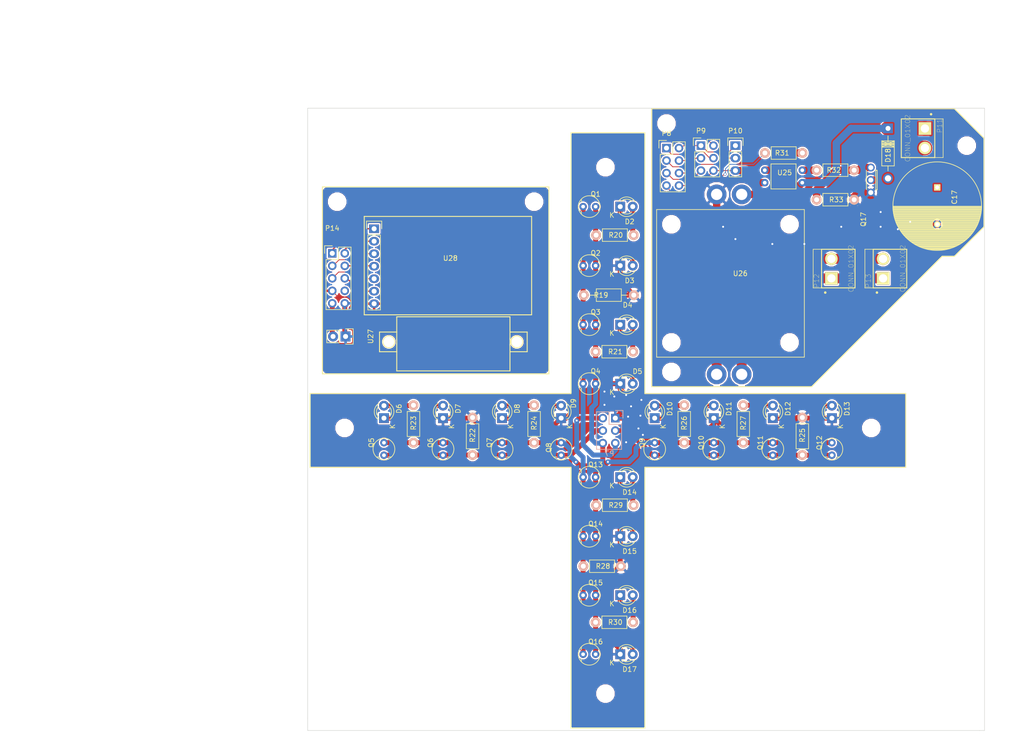
<source format=kicad_pcb>
(kicad_pcb (version 4) (host pcbnew 4.0.1-stable)
  (title_block (title "NTK robot") (date 2016-10-26))
  (layers (0 F.Cu signal) (31 B.Cu signal) (36 B.SilkS user) (37 F.SilkS user) (38 B.Mask user) (39 F.Mask user) (44 Edge.Cuts user))
  (net 0 "")
  (net 1 "Net-(D2-Pad1)")
  (net 2 "Net-(D2-Pad2)")
  (net 3 "Net-(D11-Pad1)")
  (net 4 "Net-(D4-Pad1)")
  (net 5 "Net-(D4-Pad2)")
  (net 6 "Net-(D6-Pad1)")
  (net 7 "Net-(D6-Pad2)")
  (net 8 "Net-(D8-Pad1)")
  (net 9 "Net-(D8-Pad2)")
  (net 10 "Net-(D10-Pad1)")
  (net 11 "Net-(D10-Pad2)")
  (net 12 "Net-(D12-Pad1)")
  (net 13 "Net-(D12-Pad2)")
  (net 14 "Net-(D14-Pad1)")
  (net 15 "Net-(D14-Pad2)")
  (net 16 "Net-(D16-Pad1)")
  (net 17 "Net-(D16-Pad2)")
  (net 18 "Net-(P7-Pad2)")
  (net 19 "Net-(P7-Pad3)")
  (net 20 "Net-(P7-Pad4)")
  (net 21 "Net-(P7-Pad5)")
  (net 22 "Net-(P7-Pad6)")
  (net 23 "Net-(C17-Pad1)")
  (net 24 "Net-(C17-Pad2)")
  (net 25 "Net-(D18-Pad2)")
  (net 26 "Net-(P10-Pad1)")
  (net 27 "Net-(P8-Pad2)")
  (net 28 "Net-(P8-Pad3)")
  (net 29 "Net-(P8-Pad4)")
  (net 30 "Net-(P8-Pad5)")
  (net 31 "Net-(P10-Pad2)")
  (net 32 "Net-(P8-Pad7)")
  (net 33 "Net-(P10-Pad3)")
  (net 34 "Net-(P12-Pad1)")
  (net 35 "Net-(P12-Pad2)")
  (net 36 "Net-(Q17-Pad1)")
  (net 37 "Net-(R31-Pad2)")
  (net 38 "Net-(R32-Pad1)")
  (net 39 "Net-(P14-Pad1)")
  (net 40 "Net-(P14-Pad2)")
  (net 41 "Net-(P14-Pad3)")
  (net 42 "Net-(P14-Pad4)")
  (net 43 "Net-(P14-Pad5)")
  (net 44 "Net-(P14-Pad6)")
  (net 45 "Net-(P14-Pad7)")
  (net 46 "Net-(P14-Pad8)")
  (net 47 "Net-(P14-Pad9)")
  (net 48 "Net-(P14-Pad10)")
  (module Mounting_Holes:MountingHole_2.2mm_M2 (layer F.Cu) (at 165 195)
    (fp_text reference REF** hide)
    (fp_text value MountingHole_2.2mm_M2 hide)
    (pad 1 np_thru_hole circle (at 0 0) (size 2.2 2.2) (drill 2.2) (layers *.Cu *.Mask))
  )
  (module Mounting_Holes:MountingHole_2.2mm_M2 (layer F.Cu) (at 219 141)
    (fp_text reference REF** hide)
    (fp_text value MountingHole_2.2mm_M2 hide)
    (pad 1 np_thru_hole circle (at 0 0) (size 2.2 2.2) (drill 2.2) (layers *.Cu *.Mask))
  )
  (module Mounting_Holes:MountingHole_2.2mm_M2 (layer F.Cu) (at 165 88)
    (fp_text reference REF** hide)
    (fp_text value MountingHole_2.2mm_M2 hide)
    (pad 1 np_thru_hole circle (at 0 0) (size 2.2 2.2) (drill 2.2) (layers *.Cu *.Mask))
  )
  (module LEDs:LED-3MM (layer F.Cu) (at 168 96)
    (fp_text reference D2 (at 1.91 3.06) (layer F.SilkS))
    (fp_text value LED)
    (fp_text user K (at -1.69 1.74) (layer F.SilkS))
    (pad 1 thru_hole rect (at 0 0 90) (size 2 2) (drill 1.00076) (layers *.Cu *.Mask) (net 1 "Net-(D2-Pad1)"))
    (pad 2 thru_hole circle (at 2.54 0) (size 2 2) (drill 1.00076) (layers *.Cu *.Mask) (net 2 "Net-(D2-Pad2)"))
  )
  (module LEDs:LED-3MM (layer F.Cu) (at 168 108)
    (fp_text reference D3 (at 1.91 3.06) (layer F.SilkS))
    (fp_text value LED)
    (fp_text user K (at -1.69 1.74) (layer F.SilkS))
    (pad 1 thru_hole rect (at 0 0 90) (size 2 2) (drill 1.00076) (layers *.Cu *.Mask) (net 3 "Net-(D11-Pad1)"))
    (pad 2 thru_hole circle (at 2.54 0) (size 2 2) (drill 1.00076) (layers *.Cu *.Mask) (net 1 "Net-(D2-Pad1)"))
  )
  (module LEDs:LED-3MM (layer F.Cu) (at 168 120)
    (fp_text reference D4 (at 1.5 -4) (layer F.SilkS))
    (fp_text value LED)
    (fp_text user K (at -1.69 1.74) (layer F.SilkS))
    (pad 1 thru_hole rect (at 0 0 90) (size 2 2) (drill 1.00076) (layers *.Cu *.Mask) (net 4 "Net-(D4-Pad1)"))
    (pad 2 thru_hole circle (at 2.54 0) (size 2 2) (drill 1.00076) (layers *.Cu *.Mask) (net 5 "Net-(D4-Pad2)"))
  )
  (module LEDs:LED-3MM (layer F.Cu) (at 168 132)
    (fp_text reference D5 (at 3.5 -2.5) (layer F.SilkS))
    (fp_text value LED)
    (fp_text user K (at -1.69 1.74) (layer F.SilkS))
    (pad 1 thru_hole rect (at 0 0 90) (size 2 2) (drill 1.00076) (layers *.Cu *.Mask) (net 3 "Net-(D11-Pad1)"))
    (pad 2 thru_hole circle (at 2.54 0) (size 2 2) (drill 1.00076) (layers *.Cu *.Mask) (net 4 "Net-(D4-Pad1)"))
  )
  (module LEDs:LED-3MM (layer F.Cu) (at 120 139 90)
    (fp_text reference D6 (at 1.91 3.06 90) (layer F.SilkS))
    (fp_text value LED)
    (fp_text user K (at -1.69 1.74 90) (layer F.SilkS))
    (pad 1 thru_hole rect (at 0 0 180) (size 2 2) (drill 1.00076) (layers *.Cu *.Mask) (net 6 "Net-(D6-Pad1)"))
    (pad 2 thru_hole circle (at 2.54 0 90) (size 2 2) (drill 1.00076) (layers *.Cu *.Mask) (net 7 "Net-(D6-Pad2)"))
  )
  (module LEDs:LED-3MM (layer F.Cu) (at 132 139 90)
    (fp_text reference D7 (at 1.91 3.06 90) (layer F.SilkS))
    (fp_text value LED)
    (fp_text user K (at -1.69 1.74 90) (layer F.SilkS))
    (pad 1 thru_hole rect (at 0 0 180) (size 2 2) (drill 1.00076) (layers *.Cu *.Mask) (net 3 "Net-(D11-Pad1)"))
    (pad 2 thru_hole circle (at 2.54 0 90) (size 2 2) (drill 1.00076) (layers *.Cu *.Mask) (net 6 "Net-(D6-Pad1)"))
  )
  (module LEDs:LED-3MM (layer F.Cu) (at 144 139 90)
    (fp_text reference D8 (at 1.91 3.06 90) (layer F.SilkS))
    (fp_text value LED)
    (fp_text user K (at -1.69 1.74 90) (layer F.SilkS))
    (pad 1 thru_hole rect (at 0 0 180) (size 2 2) (drill 1.00076) (layers *.Cu *.Mask) (net 8 "Net-(D8-Pad1)"))
    (pad 2 thru_hole circle (at 2.54 0 90) (size 2 2) (drill 1.00076) (layers *.Cu *.Mask) (net 9 "Net-(D8-Pad2)"))
  )
  (module LEDs:LED-3MM (layer F.Cu) (at 156 139 90)
    (fp_text reference D9 (at 3 2.5 90) (layer F.SilkS))
    (fp_text value LED)
    (fp_text user K (at -1.69 1.74 90) (layer F.SilkS))
    (pad 1 thru_hole rect (at 0 0 180) (size 2 2) (drill 1.00076) (layers *.Cu *.Mask) (net 3 "Net-(D11-Pad1)"))
    (pad 2 thru_hole circle (at 2.54 0 90) (size 2 2) (drill 1.00076) (layers *.Cu *.Mask) (net 8 "Net-(D8-Pad1)"))
  )
  (module LEDs:LED-3MM (layer F.Cu) (at 175 139 90)
    (fp_text reference D10 (at 1.91 3.06 90) (layer F.SilkS))
    (fp_text value LED)
    (fp_text user K (at -1.69 1.74 90) (layer F.SilkS))
    (pad 1 thru_hole rect (at 0 0 180) (size 2 2) (drill 1.00076) (layers *.Cu *.Mask) (net 10 "Net-(D10-Pad1)"))
    (pad 2 thru_hole circle (at 2.54 0 90) (size 2 2) (drill 1.00076) (layers *.Cu *.Mask) (net 11 "Net-(D10-Pad2)"))
  )
  (module LEDs:LED-3MM (layer F.Cu) (at 187 139 90)
    (fp_text reference D11 (at 1.91 3.06 90) (layer F.SilkS))
    (fp_text value LED)
    (fp_text user K (at -1.69 1.74 90) (layer F.SilkS))
    (pad 1 thru_hole rect (at 0 0 180) (size 2 2) (drill 1.00076) (layers *.Cu *.Mask) (net 3 "Net-(D11-Pad1)"))
    (pad 2 thru_hole circle (at 2.54 0 90) (size 2 2) (drill 1.00076) (layers *.Cu *.Mask) (net 10 "Net-(D10-Pad1)"))
  )
  (module LEDs:LED-3MM (layer F.Cu) (at 199 139 90)
    (fp_text reference D12 (at 1.91 3.06 90) (layer F.SilkS))
    (fp_text value LED)
    (fp_text user K (at -1.69 1.74 90) (layer F.SilkS))
    (pad 1 thru_hole rect (at 0 0 180) (size 2 2) (drill 1.00076) (layers *.Cu *.Mask) (net 12 "Net-(D12-Pad1)"))
    (pad 2 thru_hole circle (at 2.54 0 90) (size 2 2) (drill 1.00076) (layers *.Cu *.Mask) (net 13 "Net-(D12-Pad2)"))
  )
  (module LEDs:LED-3MM (layer F.Cu) (at 211 139 90)
    (fp_text reference D13 (at 1.91 3.06 90) (layer F.SilkS))
    (fp_text value LED)
    (fp_text user K (at -1.69 1.74 90) (layer F.SilkS))
    (pad 1 thru_hole rect (at 0 0 180) (size 2 2) (drill 1.00076) (layers *.Cu *.Mask) (net 3 "Net-(D11-Pad1)"))
    (pad 2 thru_hole circle (at 2.54 0 90) (size 2 2) (drill 1.00076) (layers *.Cu *.Mask) (net 12 "Net-(D12-Pad1)"))
  )
  (module LEDs:LED-3MM (layer F.Cu) (at 168 151)
    (fp_text reference D14 (at 1.91 3.06) (layer F.SilkS))
    (fp_text value LED)
    (fp_text user K (at -1.69 1.74) (layer F.SilkS))
    (pad 1 thru_hole rect (at 0 0 90) (size 2 2) (drill 1.00076) (layers *.Cu *.Mask) (net 14 "Net-(D14-Pad1)"))
    (pad 2 thru_hole circle (at 2.54 0) (size 2 2) (drill 1.00076) (layers *.Cu *.Mask) (net 15 "Net-(D14-Pad2)"))
  )
  (module LEDs:LED-3MM (layer F.Cu) (at 168 163)
    (fp_text reference D15 (at 1.91 3.06) (layer F.SilkS))
    (fp_text value LED)
    (fp_text user K (at -1.69 1.74) (layer F.SilkS))
    (pad 1 thru_hole rect (at 0 0 90) (size 2 2) (drill 1.00076) (layers *.Cu *.Mask) (net 3 "Net-(D11-Pad1)"))
    (pad 2 thru_hole circle (at 2.54 0) (size 2 2) (drill 1.00076) (layers *.Cu *.Mask) (net 14 "Net-(D14-Pad1)"))
  )
  (module LEDs:LED-3MM (layer F.Cu) (at 168 175)
    (fp_text reference D16 (at 1.91 3.06) (layer F.SilkS))
    (fp_text value LED)
    (fp_text user K (at -1.69 1.74) (layer F.SilkS))
    (pad 1 thru_hole rect (at 0 0 90) (size 2 2) (drill 1.00076) (layers *.Cu *.Mask) (net 16 "Net-(D16-Pad1)"))
    (pad 2 thru_hole circle (at 2.54 0) (size 2 2) (drill 1.00076) (layers *.Cu *.Mask) (net 17 "Net-(D16-Pad2)"))
  )
  (module LEDs:LED-3MM (layer F.Cu) (at 168 187)
    (fp_text reference D17 (at 1.91 3.06) (layer F.SilkS))
    (fp_text value LED)
    (fp_text user K (at -1.69 1.74) (layer F.SilkS))
    (pad 1 thru_hole rect (at 0 0 90) (size 2 2) (drill 1.00076) (layers *.Cu *.Mask) (net 3 "Net-(D11-Pad1)"))
    (pad 2 thru_hole circle (at 2.54 0) (size 2 2) (drill 1.00076) (layers *.Cu *.Mask) (net 16 "Net-(D16-Pad1)"))
  )
  (module Pin_Headers:Pin_Header_Straight_2x03 (layer B.Cu) (at 167 139 180)
    (fp_text reference P7 (at 1.2 -7.2 180) (layer B.SilkS) (effects (justify mirror)))
    (fp_text value CONN_01X06)
    (pad 1 thru_hole rect (at 0 0 180) (size 1.7272 1.7272) (drill 1.016) (layers *.Cu *.Mask) (net 3 "Net-(D11-Pad1)"))
    (pad 2 thru_hole oval (at 2.54 0 180) (size 1.7272 1.7272) (drill 1.016) (layers *.Cu *.Mask) (net 18 "Net-(P7-Pad2)"))
    (pad 3 thru_hole oval (at 0 -2.54 180) (size 1.7272 1.7272) (drill 1.016) (layers *.Cu *.Mask) (net 19 "Net-(P7-Pad3)"))
    (pad 4 thru_hole oval (at 2.54 -2.54 180) (size 1.7272 1.7272) (drill 1.016) (layers *.Cu *.Mask) (net 20 "Net-(P7-Pad4)"))
    (pad 5 thru_hole oval (at 0 -5.08 180) (size 1.7272 1.7272) (drill 1.016) (layers *.Cu *.Mask) (net 21 "Net-(P7-Pad5)"))
    (pad 6 thru_hole oval (at 2.54 -5.08 180) (size 1.7272 1.7272) (drill 1.016) (layers *.Cu *.Mask) (net 22 "Net-(P7-Pad6)"))
  )
  (module footprint:NJL7502 (layer F.Cu) (at 163 96)
    (fp_text reference Q1 (at 0 -2.54) (layer F.SilkS))
    (fp_text value NJL7502L hide)
    (pad 1 thru_hole circle (at -2.54 0) (size 1.524 1.524) (drill 0.762) (layers *.Cu *.Mask) (net 21 "Net-(P7-Pad5)"))
    (pad 3 thru_hole circle (at 0 0) (size 1.524 1.524) (drill 0.762) (layers *.Cu *.Mask) (net 22 "Net-(P7-Pad6)"))
  )
  (module footprint:NJL7502 (layer F.Cu) (at 163 108)
    (fp_text reference Q2 (at 0 -2.54) (layer F.SilkS))
    (fp_text value NJL7502L hide)
    (pad 1 thru_hole circle (at -2.54 0) (size 1.524 1.524) (drill 0.762) (layers *.Cu *.Mask) (net 21 "Net-(P7-Pad5)"))
    (pad 3 thru_hole circle (at 0 0) (size 1.524 1.524) (drill 0.762) (layers *.Cu *.Mask) (net 22 "Net-(P7-Pad6)"))
  )
  (module footprint:NJL7502 (layer F.Cu) (at 163 120)
    (fp_text reference Q3 (at 0 -2.54) (layer F.SilkS))
    (fp_text value NJL7502L hide)
    (pad 1 thru_hole circle (at -2.54 0) (size 1.524 1.524) (drill 0.762) (layers *.Cu *.Mask) (net 21 "Net-(P7-Pad5)"))
    (pad 3 thru_hole circle (at 0 0) (size 1.524 1.524) (drill 0.762) (layers *.Cu *.Mask) (net 22 "Net-(P7-Pad6)"))
  )
  (module footprint:NJL7502 (layer F.Cu) (at 163 132)
    (fp_text reference Q4 (at 0 -2.54) (layer F.SilkS))
    (fp_text value NJL7502L hide)
    (pad 1 thru_hole circle (at -2.54 0) (size 1.524 1.524) (drill 0.762) (layers *.Cu *.Mask) (net 21 "Net-(P7-Pad5)"))
    (pad 3 thru_hole circle (at 0 0) (size 1.524 1.524) (drill 0.762) (layers *.Cu *.Mask) (net 22 "Net-(P7-Pad6)"))
  )
  (module footprint:NJL7502 (layer F.Cu) (at 120 144 90)
    (fp_text reference Q5 (at 0 -2.54 90) (layer F.SilkS))
    (fp_text value NJL7502L hide)
    (pad 1 thru_hole circle (at -2.54 0 90) (size 1.524 1.524) (drill 0.762) (layers *.Cu *.Mask) (net 20 "Net-(P7-Pad4)"))
    (pad 3 thru_hole circle (at 0 0 90) (size 1.524 1.524) (drill 0.762) (layers *.Cu *.Mask) (net 22 "Net-(P7-Pad6)"))
  )
  (module footprint:NJL7502 (layer F.Cu) (at 132 144 90)
    (fp_text reference Q6 (at 0 -2.54 90) (layer F.SilkS))
    (fp_text value NJL7502L hide)
    (pad 1 thru_hole circle (at -2.54 0 90) (size 1.524 1.524) (drill 0.762) (layers *.Cu *.Mask) (net 20 "Net-(P7-Pad4)"))
    (pad 3 thru_hole circle (at 0 0 90) (size 1.524 1.524) (drill 0.762) (layers *.Cu *.Mask) (net 22 "Net-(P7-Pad6)"))
  )
  (module footprint:NJL7502 (layer F.Cu) (at 144 144 90)
    (fp_text reference Q7 (at 0 -2.54 90) (layer F.SilkS))
    (fp_text value NJL7502L hide)
    (pad 1 thru_hole circle (at -2.54 0 90) (size 1.524 1.524) (drill 0.762) (layers *.Cu *.Mask) (net 20 "Net-(P7-Pad4)"))
    (pad 3 thru_hole circle (at 0 0 90) (size 1.524 1.524) (drill 0.762) (layers *.Cu *.Mask) (net 22 "Net-(P7-Pad6)"))
  )
  (module footprint:NJL7502 (layer F.Cu) (at 156 144 90)
    (fp_text reference Q8 (at -1 -2.5 90) (layer F.SilkS))
    (fp_text value NJL7502L hide)
    (pad 1 thru_hole circle (at -2.54 0 90) (size 1.524 1.524) (drill 0.762) (layers *.Cu *.Mask) (net 20 "Net-(P7-Pad4)"))
    (pad 3 thru_hole circle (at 0 0 90) (size 1.524 1.524) (drill 0.762) (layers *.Cu *.Mask) (net 22 "Net-(P7-Pad6)"))
  )
  (module footprint:NJL7502 (layer F.Cu) (at 175 144 90)
    (fp_text reference Q9 (at 0 -2.54 90) (layer F.SilkS))
    (fp_text value NJL7502L hide)
    (pad 1 thru_hole circle (at -2.54 0 90) (size 1.524 1.524) (drill 0.762) (layers *.Cu *.Mask) (net 19 "Net-(P7-Pad3)"))
    (pad 3 thru_hole circle (at 0 0 90) (size 1.524 1.524) (drill 0.762) (layers *.Cu *.Mask) (net 22 "Net-(P7-Pad6)"))
  )
  (module footprint:NJL7502 (layer F.Cu) (at 187 144 90)
    (fp_text reference Q10 (at 0 -2.54 90) (layer F.SilkS))
    (fp_text value NJL7502L hide)
    (pad 1 thru_hole circle (at -2.54 0 90) (size 1.524 1.524) (drill 0.762) (layers *.Cu *.Mask) (net 19 "Net-(P7-Pad3)"))
    (pad 3 thru_hole circle (at 0 0 90) (size 1.524 1.524) (drill 0.762) (layers *.Cu *.Mask) (net 22 "Net-(P7-Pad6)"))
  )
  (module footprint:NJL7502 (layer F.Cu) (at 199 144 90)
    (fp_text reference Q11 (at 0 -2.54 90) (layer F.SilkS))
    (fp_text value NJL7502L hide)
    (pad 1 thru_hole circle (at -2.54 0 90) (size 1.524 1.524) (drill 0.762) (layers *.Cu *.Mask) (net 19 "Net-(P7-Pad3)"))
    (pad 3 thru_hole circle (at 0 0 90) (size 1.524 1.524) (drill 0.762) (layers *.Cu *.Mask) (net 22 "Net-(P7-Pad6)"))
  )
  (module footprint:NJL7502 (layer F.Cu) (at 211 144 90)
    (fp_text reference Q12 (at 0 -2.54 90) (layer F.SilkS))
    (fp_text value NJL7502L hide)
    (pad 1 thru_hole circle (at -2.54 0 90) (size 1.524 1.524) (drill 0.762) (layers *.Cu *.Mask) (net 19 "Net-(P7-Pad3)"))
    (pad 3 thru_hole circle (at 0 0 90) (size 1.524 1.524) (drill 0.762) (layers *.Cu *.Mask) (net 22 "Net-(P7-Pad6)"))
  )
  (module footprint:NJL7502 (layer F.Cu) (at 163 151)
    (fp_text reference Q13 (at 0 -2.54) (layer F.SilkS))
    (fp_text value NJL7502L hide)
    (pad 1 thru_hole circle (at -2.54 0) (size 1.524 1.524) (drill 0.762) (layers *.Cu *.Mask) (net 18 "Net-(P7-Pad2)"))
    (pad 3 thru_hole circle (at 0 0) (size 1.524 1.524) (drill 0.762) (layers *.Cu *.Mask) (net 22 "Net-(P7-Pad6)"))
  )
  (module footprint:NJL7502 (layer F.Cu) (at 163 163)
    (fp_text reference Q14 (at 0 -2.5) (layer F.SilkS))
    (fp_text value NJL7502L hide)
    (pad 1 thru_hole circle (at -2.54 0) (size 1.524 1.524) (drill 0.762) (layers *.Cu *.Mask) (net 18 "Net-(P7-Pad2)"))
    (pad 3 thru_hole circle (at 0 0) (size 1.524 1.524) (drill 0.762) (layers *.Cu *.Mask) (net 22 "Net-(P7-Pad6)"))
  )
  (module footprint:NJL7502 (layer F.Cu) (at 163 175)
    (fp_text reference Q15 (at 0 -2.54) (layer F.SilkS))
    (fp_text value NJL7502L hide)
    (pad 1 thru_hole circle (at -2.54 0) (size 1.524 1.524) (drill 0.762) (layers *.Cu *.Mask) (net 18 "Net-(P7-Pad2)"))
    (pad 3 thru_hole circle (at 0 0) (size 1.524 1.524) (drill 0.762) (layers *.Cu *.Mask) (net 22 "Net-(P7-Pad6)"))
  )
  (module footprint:NJL7502 (layer F.Cu) (at 163 187)
    (fp_text reference Q16 (at 0 -2.54) (layer F.SilkS))
    (fp_text value NJL7502L hide)
    (pad 1 thru_hole circle (at -2.54 0) (size 1.524 1.524) (drill 0.762) (layers *.Cu *.Mask) (net 18 "Net-(P7-Pad2)"))
    (pad 3 thru_hole circle (at 0 0) (size 1.524 1.524) (drill 0.762) (layers *.Cu *.Mask) (net 22 "Net-(P7-Pad6)"))
  )
  (module Resistors_THT:Resistor_Horizontal_RM10mm (layer F.Cu) (at 160.6 114)
    (fp_text reference R19 (at 3.5 0) (layer F.SilkS))
    (fp_text value 10k)
    (pad 1 thru_hole circle (at 0 0) (size 1.99898 1.99898) (drill 1.00076) (layers *.Cu *.SilkS *.Mask) (net 21 "Net-(P7-Pad5)"))
    (pad 2 thru_hole circle (at 10.16 0) (size 1.99898 1.99898) (drill 1.00076) (layers *.Cu *.SilkS *.Mask) (net 3 "Net-(D11-Pad1)"))
  )
  (module Resistors_THT:Resistor_Horizontal_RM7mm (layer F.Cu) (at 163.1 101.8)
    (fp_text reference R20 (at 4 0) (layer F.SilkS))
    (fp_text value 51)
    (pad 1 thru_hole circle (at 0 0) (size 1.99898 1.99898) (drill 1.00076) (layers *.Cu *.SilkS *.Mask) (net 22 "Net-(P7-Pad6)"))
    (pad 2 thru_hole circle (at 7.62 0) (size 1.99898 1.99898) (drill 1.00076) (layers *.Cu *.SilkS *.Mask) (net 2 "Net-(D2-Pad2)"))
  )
  (module Resistors_THT:Resistor_Horizontal_RM7mm (layer F.Cu) (at 163 125.5)
    (fp_text reference R21 (at 4 0) (layer F.SilkS))
    (fp_text value 51)
    (pad 1 thru_hole circle (at 0 0) (size 1.99898 1.99898) (drill 1.00076) (layers *.Cu *.SilkS *.Mask) (net 22 "Net-(P7-Pad6)"))
    (pad 2 thru_hole circle (at 7.62 0) (size 1.99898 1.99898) (drill 1.00076) (layers *.Cu *.SilkS *.Mask) (net 5 "Net-(D4-Pad2)"))
  )
  (module Resistors_THT:Resistor_Horizontal_RM7mm (layer F.Cu) (at 138 146.5 90)
    (fp_text reference R22 (at 4 0 90) (layer F.SilkS))
    (fp_text value 10k)
    (pad 1 thru_hole circle (at 0 0 90) (size 1.99898 1.99898) (drill 1.00076) (layers *.Cu *.SilkS *.Mask) (net 20 "Net-(P7-Pad4)"))
    (pad 2 thru_hole circle (at 7.62 0 90) (size 1.99898 1.99898) (drill 1.00076) (layers *.Cu *.SilkS *.Mask) (net 3 "Net-(D11-Pad1)"))
  )
  (module Resistors_THT:Resistor_Horizontal_RM7mm (layer F.Cu) (at 126 144 90)
    (fp_text reference R23 (at 4 0 90) (layer F.SilkS))
    (fp_text value 51)
    (pad 1 thru_hole circle (at 0 0 90) (size 1.99898 1.99898) (drill 1.00076) (layers *.Cu *.SilkS *.Mask) (net 22 "Net-(P7-Pad6)"))
    (pad 2 thru_hole circle (at 7.62 0 90) (size 1.99898 1.99898) (drill 1.00076) (layers *.Cu *.SilkS *.Mask) (net 7 "Net-(D6-Pad2)"))
  )
  (module Resistors_THT:Resistor_Horizontal_RM7mm (layer F.Cu) (at 150.5 144 90)
    (fp_text reference R24 (at 4 0 90) (layer F.SilkS))
    (fp_text value 51)
    (pad 1 thru_hole circle (at 0 0 90) (size 1.99898 1.99898) (drill 1.00076) (layers *.Cu *.SilkS *.Mask) (net 22 "Net-(P7-Pad6)"))
    (pad 2 thru_hole circle (at 7.62 0 90) (size 1.99898 1.99898) (drill 1.00076) (layers *.Cu *.SilkS *.Mask) (net 9 "Net-(D8-Pad2)"))
  )
  (module Resistors_THT:Resistor_Horizontal_RM7mm (layer F.Cu) (at 205 146.5 90)
    (fp_text reference R25 (at 4 0 90) (layer F.SilkS))
    (fp_text value 10k)
    (pad 1 thru_hole circle (at 0 0 90) (size 1.99898 1.99898) (drill 1.00076) (layers *.Cu *.SilkS *.Mask) (net 19 "Net-(P7-Pad3)"))
    (pad 2 thru_hole circle (at 7.62 0 90) (size 1.99898 1.99898) (drill 1.00076) (layers *.Cu *.SilkS *.Mask) (net 3 "Net-(D11-Pad1)"))
  )
  (module Resistors_THT:Resistor_Horizontal_RM7mm (layer F.Cu) (at 181 144 90)
    (fp_text reference R26 (at 4 0 90) (layer F.SilkS))
    (fp_text value 51)
    (pad 1 thru_hole circle (at 0 0 90) (size 1.99898 1.99898) (drill 1.00076) (layers *.Cu *.SilkS *.Mask) (net 22 "Net-(P7-Pad6)"))
    (pad 2 thru_hole circle (at 7.62 0 90) (size 1.99898 1.99898) (drill 1.00076) (layers *.Cu *.SilkS *.Mask) (net 11 "Net-(D10-Pad2)"))
  )
  (module Resistors_THT:Resistor_Horizontal_RM7mm (layer F.Cu) (at 193 144 90)
    (fp_text reference R27 (at 4 0 90) (layer F.SilkS))
    (fp_text value 51)
    (pad 1 thru_hole circle (at 0 0 90) (size 1.99898 1.99898) (drill 1.00076) (layers *.Cu *.SilkS *.Mask) (net 22 "Net-(P7-Pad6)"))
    (pad 2 thru_hole circle (at 7.62 0 90) (size 1.99898 1.99898) (drill 1.00076) (layers *.Cu *.SilkS *.Mask) (net 13 "Net-(D12-Pad2)"))
  )
  (module Resistors_THT:Resistor_Horizontal_RM7mm (layer F.Cu) (at 160.5 169.1)
    (fp_text reference R28 (at 4 0) (layer F.SilkS))
    (fp_text value 10k)
    (pad 1 thru_hole circle (at 0 0) (size 1.99898 1.99898) (drill 1.00076) (layers *.Cu *.SilkS *.Mask) (net 18 "Net-(P7-Pad2)"))
    (pad 2 thru_hole circle (at 7.62 0) (size 1.99898 1.99898) (drill 1.00076) (layers *.Cu *.SilkS *.Mask) (net 3 "Net-(D11-Pad1)"))
  )
  (module Resistors_THT:Resistor_Horizontal_RM7mm (layer F.Cu) (at 163.1 156.7)
    (fp_text reference R29 (at 4 0) (layer F.SilkS))
    (fp_text value 51)
    (pad 1 thru_hole circle (at 0 0) (size 1.99898 1.99898) (drill 1.00076) (layers *.Cu *.SilkS *.Mask) (net 22 "Net-(P7-Pad6)"))
    (pad 2 thru_hole circle (at 7.62 0) (size 1.99898 1.99898) (drill 1.00076) (layers *.Cu *.SilkS *.Mask) (net 15 "Net-(D14-Pad2)"))
  )
  (module Resistors_THT:Resistor_Horizontal_RM7mm (layer F.Cu) (at 163 180.5)
    (fp_text reference R30 (at 4 0) (layer F.SilkS))
    (fp_text value 51)
    (pad 1 thru_hole circle (at 0 0) (size 1.99898 1.99898) (drill 1.00076) (layers *.Cu *.SilkS *.Mask) (net 22 "Net-(P7-Pad6)"))
    (pad 2 thru_hole circle (at 7.62 0) (size 1.99898 1.99898) (drill 1.00076) (layers *.Cu *.SilkS *.Mask) (net 17 "Net-(D16-Pad2)"))
  )
  (module Mounting_Holes:MountingHole_3.2mm_M3 (layer F.Cu) (at 177.4 79.1)
    (fp_text reference REF** hide)
    (fp_text value MountingHole_3.2mm_M3 hide)
    (pad 1 np_thru_hole circle (at 0 0) (size 3.2 3.2) (drill 3.2) (layers *.Cu *.Mask))
  )
  (module Mounting_Holes:MountingHole_3.2mm_M3 (layer F.Cu) (at 178.4 129.6)
    (fp_text reference REF** hide)
    (fp_text value MountingHole_3.2mm_M3 hide)
    (pad 1 np_thru_hole circle (at 0 0) (size 3.2 3.2) (drill 3.2) (layers *.Cu *.Mask))
  )
  (module Mounting_Holes:MountingHole_3.2mm_M3 (layer F.Cu) (at 238.4 83.6)
    (fp_text reference REF** hide)
    (fp_text value MountingHole_3.2mm_M3 hide)
    (pad 1 np_thru_hole circle (at 0 0) (size 3.2 3.2) (drill 3.2) (layers *.Cu *.Mask))
  )
  (module Mounting_Holes:MountingHole_3.2mm_M3 (layer F.Cu) (at 178.4 123.6)
    (fp_text reference REF** hide)
    (fp_text value MountingHole_3.2mm_M3 hide)
    (pad 1 np_thru_hole circle (at 0 0) (size 3.2 3.2) (drill 3.2) (layers *.Cu *.Mask))
  )
  (module Mounting_Holes:MountingHole_3.2mm_M3 (layer F.Cu) (at 202.4 123.6)
    (fp_text reference REF** hide)
    (fp_text value MountingHole_3.2mm_M3 hide)
    (pad 1 np_thru_hole circle (at 0 0) (size 3.2 3.2) (drill 3.2) (layers *.Cu *.Mask))
  )
  (module Mounting_Holes:MountingHole_3.2mm_M3 (layer F.Cu) (at 202.4 99.6)
    (fp_text reference REF** hide)
    (fp_text value MountingHole_3.2mm_M3 hide)
    (pad 1 np_thru_hole circle (at 0 0) (size 3.2 3.2) (drill 3.2) (layers *.Cu *.Mask))
  )
  (module footprint:DCDC-UP (layer F.Cu) (at 190.4 111.6 270)
    (fp_text reference U26 (at -2 -2 360) (layer F.SilkS))
    (fp_text value up_dcdc30V)
    (pad 1 thru_hole circle (at -18.08 -2.27 270) (size 4 4) (drill 2.3) (layers *.Cu *.Mask) (net 23 "Net-(C17-Pad1)"))
    (pad 2 thru_hole circle (at -18.08 2.81 270) (size 4 4) (drill 2.3) (layers *.Cu *.Mask) (net 24 "Net-(C17-Pad2)"))
    (pad 3 thru_hole circle (at 18.51 -2.27 270) (size 4 4) (drill 2.3) (layers *.Cu *.Mask) (net 34 "Net-(P12-Pad1)"))
    (pad 4 thru_hole circle (at 18.51 2.81 270) (size 4 4) (drill 2.3) (layers *.Cu *.Mask) (net 35 "Net-(P12-Pad2)"))
  )
  (module Capacitors_THT:C_Radial_D18_L36_P7.5 (layer F.Cu) (at 232.4 92.1 270)
    (fp_text reference C17 (at 2 -3.5 270) (layer F.SilkS))
    (fp_text value 2200u)
    (pad 1 thru_hole rect (at 0 0 270) (size 1.3 1.3) (drill 0.8) (layers *.Cu *.Mask F.SilkS) (net 23 "Net-(C17-Pad1)"))
    (pad 2 thru_hole circle (at 7.5 0 270) (size 1.3 1.3) (drill 0.8) (layers *.Cu *.Mask F.SilkS) (net 24 "Net-(C17-Pad2)"))
  )
  (module Diodes_THT:Diode_DO-41_SOD81_Horizontal_RM10 (layer F.Cu) (at 222.4 80.1 270)
    (fp_text reference D18 (at 5.5 0 270) (layer F.SilkS))
    (fp_text value 1N4007)
    (pad 2 thru_hole circle (at 10.16 -0.00254 90) (size 1.99898 1.99898) (drill 1.27) (layers *.Cu *.Mask) (net 25 "Net-(D18-Pad2)"))
    (pad 1 thru_hole rect (at 0 -0.00254 90) (size 1.99898 1.99898) (drill 1.00076) (layers *.Cu *.Mask) (net 23 "Net-(C17-Pad1)"))
  )
  (module Pin_Headers:Pin_Header_Straight_2x04 (layer F.Cu) (at 177.4 84.1)
    (fp_text reference P8 (at 0 -3) (layer F.SilkS))
    (fp_text value CONN_01X08 hide)
    (pad 1 thru_hole rect (at 0 0) (size 1.7272 1.7272) (drill 1.016) (layers *.Cu *.Mask) (net 26 "Net-(P10-Pad1)"))
    (pad 2 thru_hole oval (at 2.54 0) (size 1.7272 1.7272) (drill 1.016) (layers *.Cu *.Mask) (net 27 "Net-(P8-Pad2)"))
    (pad 3 thru_hole oval (at 0 2.54) (size 1.7272 1.7272) (drill 1.016) (layers *.Cu *.Mask) (net 28 "Net-(P8-Pad3)"))
    (pad 4 thru_hole oval (at 2.54 2.54) (size 1.7272 1.7272) (drill 1.016) (layers *.Cu *.Mask) (net 29 "Net-(P8-Pad4)"))
    (pad 5 thru_hole oval (at 0 5.08) (size 1.7272 1.7272) (drill 1.016) (layers *.Cu *.Mask) (net 30 "Net-(P8-Pad5)"))
    (pad 6 thru_hole oval (at 2.54 5.08) (size 1.7272 1.7272) (drill 1.016) (layers *.Cu *.Mask) (net 31 "Net-(P10-Pad2)"))
    (pad 7 thru_hole oval (at 0 7.62) (size 1.7272 1.7272) (drill 1.016) (layers *.Cu *.Mask) (net 32 "Net-(P8-Pad7)"))
    (pad 8 thru_hole oval (at 2.54 7.62) (size 1.7272 1.7272) (drill 1.016) (layers *.Cu *.Mask) (net 33 "Net-(P10-Pad3)"))
  )
  (module Pin_Headers:Pin_Header_Straight_2x03 (layer F.Cu) (at 184.4 83.6)
    (fp_text reference P9 (at 0 -3) (layer F.SilkS))
    (fp_text value CONN_01X06 hide)
    (pad 1 thru_hole rect (at 0 0) (size 1.7272 1.7272) (drill 1.016) (layers *.Cu *.Mask) (net 26 "Net-(P10-Pad1)"))
    (pad 2 thru_hole oval (at 2.54 0) (size 1.7272 1.7272) (drill 1.016) (layers *.Cu *.Mask) (net 27 "Net-(P8-Pad2)"))
    (pad 3 thru_hole oval (at 0 2.54) (size 1.7272 1.7272) (drill 1.016) (layers *.Cu *.Mask) (net 28 "Net-(P8-Pad3)"))
    (pad 4 thru_hole oval (at 2.54 2.54) (size 1.7272 1.7272) (drill 1.016) (layers *.Cu *.Mask) (net 29 "Net-(P8-Pad4)"))
    (pad 5 thru_hole oval (at 0 5.08) (size 1.7272 1.7272) (drill 1.016) (layers *.Cu *.Mask) (net 30 "Net-(P8-Pad5)"))
    (pad 6 thru_hole oval (at 2.54 5.08) (size 1.7272 1.7272) (drill 1.016) (layers *.Cu *.Mask) (net 33 "Net-(P10-Pad3)"))
  )
  (module Pin_Headers:Pin_Header_Straight_1x03 (layer F.Cu) (at 191.4 83.6)
    (fp_text reference P10 (at 0 -3) (layer F.SilkS))
    (fp_text value CONN_01X03 hide)
    (pad 1 thru_hole rect (at 0 0) (size 2.032 1.7272) (drill 1.016) (layers *.Cu *.Mask) (net 26 "Net-(P10-Pad1)"))
    (pad 2 thru_hole oval (at 0 2.54) (size 2.032 1.7272) (drill 1.016) (layers *.Cu *.Mask) (net 31 "Net-(P10-Pad2)"))
    (pad 3 thru_hole oval (at 0 5.08) (size 2.032 1.7272) (drill 1.016) (layers *.Cu *.Mask) (net 33 "Net-(P10-Pad3)"))
  )
  (module "B2P-VH_LF__SN_:JST_B2P-VH(LF)(SN)" (layer F.Cu) (at 229.9 82.1 270)
    (fp_text reference P11 (at -2.5 -3 270) (layer F.SilkS) (effects (font (thickness 0.05))))
    (fp_text value CONN_01X02 (at 0 3.5 270) (layer F.SilkS) (effects (font (thickness 0.05))))
    (pad 1 thru_hole rect (at -1.98 0 270) (size 2.55 2.55) (drill 1.7) (layers *.Cu *.Mask F.SilkS) (net 23 "Net-(C17-Pad1)"))
    (pad 2 thru_hole circle (at 1.98 0 270) (size 2.55 2.55) (drill 1.7) (layers *.Cu *.Mask F.SilkS) (net 25 "Net-(D18-Pad2)"))
  )
  (module "B2P-VH_LF__SN_:JST_B2P-VH(LF)(SN)" (layer F.Cu) (at 210.9 108.6 90)
    (fp_text reference P12 (at -2.5 -3 90) (layer F.SilkS) (effects (font (thickness 0.05))))
    (fp_text value CONN_01X02 (at 0 4 90) (layer F.SilkS) (effects (font (thickness 0.05))))
    (pad 1 thru_hole rect (at -1.98 0 90) (size 2.55 2.55) (drill 1.7) (layers *.Cu *.Mask F.SilkS) (net 34 "Net-(P12-Pad1)"))
    (pad 2 thru_hole circle (at 1.98 0 90) (size 2.55 2.55) (drill 1.7) (layers *.Cu *.Mask F.SilkS) (net 35 "Net-(P12-Pad2)"))
  )
  (module "B2P-VH_LF__SN_:JST_B2P-VH(LF)(SN)" (layer F.Cu) (at 221.4 108.6 90)
    (fp_text reference P13 (at -2.5 -3 90) (layer F.SilkS) (effects (font (thickness 0.05))))
    (fp_text value CONN_01X02 (at 0 4 90) (layer F.SilkS) (effects (font (thickness 0.05))))
    (pad 1 thru_hole rect (at -1.98 0 90) (size 2.55 2.55) (drill 1.7) (layers *.Cu *.Mask F.SilkS) (net 34 "Net-(P12-Pad1)"))
    (pad 2 thru_hole circle (at 1.98 0 90) (size 2.55 2.55) (drill 1.7) (layers *.Cu *.Mask F.SilkS) (net 35 "Net-(P12-Pad2)"))
  )
  (module footprint:IRFB3607 (layer F.Cu) (at 218.9 90.6 90)
    (fp_text reference Q17 (at -8 -1.5 90) (layer F.SilkS))
    (fp_text value IRFB3607)
    (pad 3 thru_hole circle (at -2.54 0 90) (size 1.6 1.6) (drill 1) (layers *.Cu *.Mask) (net 24 "Net-(C17-Pad2)"))
    (pad 1 thru_hole circle (at 2.54 0 90) (size 1.6 1.6) (drill 1) (layers *.Cu *.Mask) (net 36 "Net-(Q17-Pad1)"))
    (pad 2 thru_hole circle (at 0 0 90) (size 1.6 1.6) (drill 1) (layers *.Cu *.Mask) (net 25 "Net-(D18-Pad2)"))
  )
  (module Resistors_THT:Resistor_Horizontal_RM7mm (layer F.Cu) (at 197.4 85.1)
    (fp_text reference R31 (at 3.5 0) (layer F.SilkS))
    (fp_text value 330)
    (pad 1 thru_hole circle (at 0 0) (size 1.99898 1.99898) (drill 1.00076) (layers *.Cu *.SilkS *.Mask) (net 32 "Net-(P8-Pad7)"))
    (pad 2 thru_hole circle (at 7.62 0) (size 1.99898 1.99898) (drill 1.00076) (layers *.Cu *.SilkS *.Mask) (net 37 "Net-(R31-Pad2)"))
  )
  (module Resistors_THT:Resistor_Horizontal_RM7mm (layer F.Cu) (at 207.9 88.6)
    (fp_text reference R32 (at 3.5 0) (layer F.SilkS))
    (fp_text value 1k)
    (pad 1 thru_hole circle (at 0 0) (size 1.99898 1.99898) (drill 1.00076) (layers *.Cu *.SilkS *.Mask) (net 38 "Net-(R32-Pad1)"))
    (pad 2 thru_hole circle (at 7.62 0) (size 1.99898 1.99898) (drill 1.00076) (layers *.Cu *.SilkS *.Mask) (net 36 "Net-(Q17-Pad1)"))
  )
  (module Resistors_THT:Resistor_Horizontal_RM7mm (layer F.Cu) (at 207.9 94.6)
    (fp_text reference R33 (at 4 0) (layer F.SilkS))
    (fp_text value 1k)
    (pad 1 thru_hole circle (at 0 0) (size 1.99898 1.99898) (drill 1.00076) (layers *.Cu *.SilkS *.Mask) (net 36 "Net-(Q17-Pad1)"))
    (pad 2 thru_hole circle (at 7.62 0) (size 1.99898 1.99898) (drill 1.00076) (layers *.Cu *.SilkS *.Mask) (net 24 "Net-(C17-Pad2)"))
  )
  (module footprint:TLP621-1 (layer F.Cu) (at 199.9 88.6)
    (fp_text reference U25 (at 1.5 0.5) (layer F.SilkS))
    (fp_text value TLP621-1)
    (pad 1 thru_hole circle (at -2.54 0) (size 1.524 1.524) (drill 0.762) (layers *.Cu *.Mask) (net 37 "Net-(R31-Pad2)"))
    (pad 2 thru_hole circle (at -2.54 2.54) (size 1.524 1.524) (drill 0.762) (layers *.Cu *.Mask) (net 33 "Net-(P10-Pad3)"))
    (pad 4 thru_hole circle (at 5.08 0) (size 1.524 1.524) (drill 0.762) (layers *.Cu *.Mask) (net 38 "Net-(R32-Pad1)"))
    (pad 5 thru_hole circle (at 5.08 2.54) (size 1.524 1.524) (drill 0.762) (layers *.Cu *.Mask) (net 23 "Net-(C17-Pad1)"))
  )
  (module Mounting_Holes:MountingHole_3.2mm_M3 (layer F.Cu) (at 178.4 99.6)
    (fp_text reference REF** hide)
    (fp_text value MountingHole_3.2mm_M3 hide)
    (pad 1 np_thru_hole circle (at 0 0) (size 3.2 3.2) (drill 3.2) (layers *.Cu *.Mask))
  )
  (module Mounting_Holes:MountingHole_3.2mm_M3 (layer F.Cu) (at 150.5 95)
    (fp_text reference REF** hide)
    (fp_text value MountingHole_3.2mm_M3 hide)
    (pad 1 np_thru_hole circle (at 0 0) (size 3.2 3.2) (drill 3.2) (layers *.Cu *.Mask))
  )
  (module Mounting_Holes:MountingHole_2.2mm_M2 (layer F.Cu) (at 121 123.5)
    (fp_text reference REF** hide)
    (fp_text value MountingHole_2.2mm_M2 hide)
    (pad 1 np_thru_hole circle (at 0 0) (size 2.2 2.2) (drill 2.2) (layers *.Cu *.Mask))
  )
  (module Pin_Headers:Pin_Header_Straight_2x05 (layer F.Cu) (at 109.5 105.5)
    (fp_text reference P14 (at 0 -5.1) (layer F.SilkS))
    (fp_text value CONN_01X10)
    (pad 1 thru_hole rect (at 0 0) (size 1.7272 1.7272) (drill 1.016) (layers *.Cu *.Mask) (net 39 "Net-(P14-Pad1)"))
    (pad 2 thru_hole oval (at 2.54 0) (size 1.7272 1.7272) (drill 1.016) (layers *.Cu *.Mask) (net 40 "Net-(P14-Pad2)"))
    (pad 3 thru_hole oval (at 0 2.54) (size 1.7272 1.7272) (drill 1.016) (layers *.Cu *.Mask) (net 41 "Net-(P14-Pad3)"))
    (pad 4 thru_hole oval (at 2.54 2.54) (size 1.7272 1.7272) (drill 1.016) (layers *.Cu *.Mask) (net 42 "Net-(P14-Pad4)"))
    (pad 5 thru_hole oval (at 0 5.08) (size 1.7272 1.7272) (drill 1.016) (layers *.Cu *.Mask) (net 43 "Net-(P14-Pad5)"))
    (pad 6 thru_hole oval (at 2.54 5.08) (size 1.7272 1.7272) (drill 1.016) (layers *.Cu *.Mask) (net 44 "Net-(P14-Pad6)"))
    (pad 7 thru_hole oval (at 0 7.62) (size 1.7272 1.7272) (drill 1.016) (layers *.Cu *.Mask) (net 45 "Net-(P14-Pad7)"))
    (pad 8 thru_hole oval (at 2.54 7.62) (size 1.7272 1.7272) (drill 1.016) (layers *.Cu *.Mask) (net 46 "Net-(P14-Pad8)"))
    (pad 9 thru_hole oval (at 0 10.16) (size 1.7272 1.7272) (drill 1.016) (layers *.Cu *.Mask) (net 47 "Net-(P14-Pad9)"))
    (pad 10 thru_hole oval (at 2.54 10.16) (size 1.7272 1.7272) (drill 1.016) (layers *.Cu *.Mask) (net 48 "Net-(P14-Pad10)"))
  )
  (module Pin_Headers:Pin_Header_Straight_1x02 (layer F.Cu) (at 112.2 122.4 270)
    (fp_text reference U27 (at 0 -5.1 270) (layer F.SilkS))
    (fp_text value DCV-meter)
    (pad 1 thru_hole rect (at 0 0 270) (size 2.032 2.032) (drill 1.016) (layers *.Cu *.Mask) (net 48 "Net-(P14-Pad10)"))
    (pad 2 thru_hole oval (at 0 2.54 270) (size 2.032 2.032) (drill 1.016) (layers *.Cu *.Mask) (net 47 "Net-(P14-Pad9)"))
  )
  (module Socket_Strips:Socket_Strip_Straight_1x07 (layer F.Cu) (at 118 100.5 270)
    (fp_text reference U28 (at 6 -15.5 360) (layer F.SilkS))
    (fp_text value AQM1248A)
    (pad 1 thru_hole rect (at 0 0 270) (size 1.7272 2.032) (drill 1.016) (layers *.Cu *.Mask) (net 39 "Net-(P14-Pad1)"))
    (pad 2 thru_hole oval (at 2.54 0 270) (size 1.7272 2.032) (drill 1.016) (layers *.Cu *.Mask) (net 40 "Net-(P14-Pad2)"))
    (pad 3 thru_hole oval (at 5.08 0 270) (size 1.7272 2.032) (drill 1.016) (layers *.Cu *.Mask) (net 41 "Net-(P14-Pad3)"))
    (pad 4 thru_hole oval (at 7.62 0 270) (size 1.7272 2.032) (drill 1.016) (layers *.Cu *.Mask) (net 42 "Net-(P14-Pad4)"))
    (pad 5 thru_hole oval (at 10.16 0 270) (size 1.7272 2.032) (drill 1.016) (layers *.Cu *.Mask) (net 43 "Net-(P14-Pad5)"))
    (pad 6 thru_hole oval (at 12.7 0 270) (size 1.7272 2.032) (drill 1.016) (layers *.Cu *.Mask) (net 44 "Net-(P14-Pad6)"))
    (pad 7 thru_hole oval (at 15.24 0 270) (size 1.7272 2.032) (drill 1.016) (layers *.Cu *.Mask) (net 45 "Net-(P14-Pad7)"))
  )
  (module Mounting_Holes:MountingHole_2.2mm_M2 (layer F.Cu) (at 147 123.5)
    (fp_text reference REF** hide)
    (fp_text value MountingHole_2.2mm_M2 hide)
    (pad 1 np_thru_hole circle (at 0 0) (size 2.2 2.2) (drill 2.2) (layers *.Cu *.Mask))
  )
  (module Mounting_Holes:MountingHole_3.2mm_M3 (layer F.Cu) (at 110.5 95)
    (fp_text reference REF** hide)
    (fp_text value MountingHole_3.2mm_M3 hide)
    (pad 1 np_thru_hole circle (at 0 0) (size 3.2 3.2) (drill 3.2) (layers *.Cu *.Mask))
  )
  (module Mounting_Holes:MountingHole_2.2mm_M2 (layer F.Cu) (at 112 141)
    (fp_text reference REF** hide)
    (fp_text value MountingHole_2.2mm_M2 hide)
    (pad 1 np_thru_hole circle (at 0 0) (size 2.2 2.2) (drill 2.2) (layers *.Cu *.Mask))
  )
  (gr_line (start 242 76) (end 104.5 76) (angle 90) (layer Edge.Cuts) (width 0.1))
  (gr_line (start 242 202.5) (end 242 76) (angle 90) (layer Edge.Cuts) (width 0.1))
  (gr_line (start 241 202.5) (end 242 202.5) (angle 90) (layer Edge.Cuts) (width 0.1))
  (gr_line (start 104.5 202.5) (end 241 202.5) (angle 90) (layer Edge.Cuts) (width 0.1))
  (gr_line (start 104.5 200) (end 104.5 202.5) (angle 90) (layer Edge.Cuts) (width 0.1))
  (gr_line (start 104.5 76) (end 104.5 200) (angle 90) (layer Edge.Cuts) (width 0.1))
  (gr_line (start 153.5 92) (end 153.5 93) (angle 90) (layer F.SilkS) (width 0.2))
  (gr_line (start 107.5 92) (end 153.5 92) (angle 90) (layer F.SilkS) (width 0.2))
  (gr_line (start 107.5 130) (end 107.5 92) (angle 90) (layer F.SilkS) (width 0.2))
  (gr_line (start 153.5 130) (end 107.5 130) (angle 90) (layer F.SilkS) (width 0.2))
  (gr_line (start 153.5 93) (end 153.5 130) (angle 90) (layer F.SilkS) (width 0.2))
  (gr_line (start 173 134) (end 173 81) (angle 90) (layer F.SilkS) (width 0.2))
  (gr_line (start 226 134) (end 173 134) (angle 90) (layer F.SilkS) (width 0.2))
  (gr_line (start 226 149) (end 226 134) (angle 90) (layer F.SilkS) (width 0.2))
  (gr_line (start 173 149) (end 226 149) (angle 90) (layer F.SilkS) (width 0.2))
  (gr_line (start 173 202) (end 173 149) (angle 90) (layer F.SilkS) (width 0.2))
  (gr_line (start 158 202) (end 173 202) (angle 90) (layer F.SilkS) (width 0.2))
  (gr_line (start 158 149) (end 158 202) (angle 90) (layer F.SilkS) (width 0.2))
  (gr_line (start 105 149) (end 158 149) (angle 90) (layer F.SilkS) (width 0.2))
  (gr_line (start 105 134) (end 105 149) (angle 90) (layer F.SilkS) (width 0.2))
  (gr_line (start 158 134) (end 105 134) (angle 90) (layer F.SilkS) (width 0.2))
  (gr_line (start 158 81) (end 158 134) (angle 90) (layer F.SilkS) (width 0.2))
  (gr_line (start 173 81) (end 158 81) (angle 90) (layer F.SilkS) (width 0.2))
  (gr_line (start 235.9 76.1) (end 174.4 76.1) (angle 90) (layer F.SilkS) (width 0.2))
  (gr_line (start 241.9 82.1) (end 235.9 76.1) (angle 90) (layer F.SilkS) (width 0.2))
  (gr_line (start 241.9 100.1) (end 241.9 82.1) (angle 90) (layer F.SilkS) (width 0.2))
  (gr_line (start 235.9 106.1) (end 241.9 100.1) (angle 90) (layer F.SilkS) (width 0.2))
  (gr_line (start 233.4 106.1) (end 235.9 106.1) (angle 90) (layer F.SilkS) (width 0.2))
  (gr_line (start 206.9 132.6) (end 233.4 106.1) (angle 90) (layer F.SilkS) (width 0.2))
  (gr_line (start 174.4 132.6) (end 206.9 132.6) (angle 90) (layer F.SilkS) (width 0.2))
  (gr_line (start 174.4 76.1) (end 174.4 132.6) (angle 90) (layer F.SilkS) (width 0.2))
  (gr_circle (center 121 123.5) (end 122.2 123.5) (layer F.SilkS) (width 0.2))
  (gr_circle (center 147 123.5) (end 148.2 123.5) (layer F.SilkS) (width 0.2))
  (gr_line (start 149.1 121.5) (end 145.6 121.5) (angle 90) (layer F.SilkS) (width 0.2))
  (gr_line (start 149.1 125.5) (end 145.6 125.5) (angle 90) (layer F.SilkS) (width 0.2))
  (gr_line (start 149.1 121.5) (end 149.1 125.5) (angle 90) (layer F.SilkS) (width 0.2))
  (gr_line (start 122.6 121.5) (end 119.1 121.5) (angle 90) (layer F.SilkS) (width 0.2))
  (gr_line (start 119.1 125.5) (end 122.6 125.5) (angle 90) (layer F.SilkS) (width 0.2))
  (gr_line (start 119.1 121.5) (end 119.1 125.5) (angle 90) (layer F.SilkS) (width 0.2))
  (gr_line (start 122.6 118.4) (end 145.6 118.4) (angle 90) (layer F.SilkS) (width 0.2))
  (gr_line (start 122.6 129.4) (end 122.6 118.4) (angle 90) (layer F.SilkS) (width 0.2))
  (gr_line (start 145.6 129.4) (end 122.6 129.4) (angle 90) (layer F.SilkS) (width 0.2))
  (gr_line (start 145.6 118.4) (end 145.6 129.4) (angle 90) (layer F.SilkS) (width 0.2))
  (gr_line (start 116 118) (end 116 98) (angle 90) (layer F.SilkS) (width 0.2))
  (gr_line (start 150 118) (end 116 118) (angle 90) (layer F.SilkS) (width 0.2))
  (gr_line (start 150 98) (end 150 118) (angle 90) (layer F.SilkS) (width 0.2))
  (gr_line (start 116 98) (end 150 98) (angle 90) (layer F.SilkS) (width 0.2))
  (segment (start 168 96) (end 168 103.3) (width 1) (layer F.Cu) (net 1))
  (segment (start 170.54 105.84) (end 170.54 108) (width 1) (layer F.Cu) (net 1))
  (segment (start 168 103.3) (end 170.54 105.84) (width 1) (layer F.Cu) (net 1))
  (segment (start 170.54 96) (end 170.54 101.62) (width 1) (layer F.Cu) (net 2))
  (segment (start 170.54 101.62) (end 170.72 101.8) (width 1) (layer F.Cu) (net 2))
  (segment (start 167 139) (end 169.3 139) (width 1) (layer F.Cu) (net 3))
  (segment (start 169.6 138.7) (end 169.5 138.7) (width 1) (layer B.Cu) (net 3))
  (via (at 169.6 138.7) (size 0.6) (drill 0.4) (layers F.Cu B.Cu) (net 3))
  (segment (start 169.3 139) (end 169.6 138.7) (width 1) (layer F.Cu) (net 3))
  (segment (start 157 139) (end 159.7 136.3) (width 1) (layer F.Cu) (net 3))
  (segment (start 168 138) (end 167 139) (width 1) (layer F.Cu) (net 3))
  (segment (start 168 136.9) (end 168 138) (width 1) (layer F.Cu) (net 3))
  (segment (start 169.9 136.9) (end 168 136.9) (width 1) (layer F.Cu) (net 3))
  (segment (start 170.2 136.6) (end 169.9 136.9) (width 1) (layer F.Cu) (net 3))
  (via (at 170.2 136.6) (size 0.6) (drill 0.4) (layers F.Cu B.Cu) (net 3))
  (segment (start 168.8 136.6) (end 170.2 136.6) (width 1) (layer B.Cu) (net 3))
  (segment (start 166.8 134.6) (end 168.8 136.6) (width 1) (layer B.Cu) (net 3))
  (via (at 166.8 134.6) (size 0.6) (drill 0.4) (layers F.Cu B.Cu) (net 3))
  (segment (start 165.8 134.6) (end 166.8 134.6) (width 1) (layer F.Cu) (net 3))
  (segment (start 164.8 133.6) (end 165.8 134.6) (width 1) (layer F.Cu) (net 3))
  (via (at 164.8 133.6) (size 0.6) (drill 0.4) (layers F.Cu B.Cu) (net 3))
  (segment (start 164.8 136.3) (end 164.8 133.6) (width 1) (layer B.Cu) (net 3))
  (via (at 164.8 136.3) (size 0.6) (drill 0.4) (layers F.Cu B.Cu) (net 3))
  (segment (start 159.7 136.3) (end 164.8 136.3) (width 1) (layer F.Cu) (net 3))
  (segment (start 156 139) (end 157 139) (width 1) (layer F.Cu) (net 3))
  (segment (start 168 132) (end 168 133.1) (width 1) (layer F.Cu) (net 3))
  (segment (start 168 133.1) (end 169.2 134.3) (width 1) (layer F.Cu) (net 3))
  (via (at 169.2 134.3) (size 0.6) (drill 0.4) (layers F.Cu B.Cu) (net 3))
  (segment (start 169.2 134.3) (end 169.9 135) (width 1) (layer B.Cu) (net 3))
  (segment (start 169.9 135) (end 172 135) (width 1) (layer B.Cu) (net 3))
  (segment (start 172 135) (end 172.3 135.3) (width 1) (layer B.Cu) (net 3))
  (via (at 172.3 135.3) (size 0.6) (drill 0.4) (layers F.Cu B.Cu) (net 3))
  (segment (start 172.3 135.3) (end 172.1 135.5) (width 1) (layer F.Cu) (net 3))
  (segment (start 172.1 135.5) (end 172.1 138.5) (width 1) (layer F.Cu) (net 3))
  (via (at 172.1 138.5) (size 0.6) (drill 0.4) (layers F.Cu B.Cu) (net 3))
  (segment (start 172.1 138.5) (end 171.9 138.7) (width 1) (layer B.Cu) (net 3))
  (segment (start 171.9 138.7) (end 169.5 138.7) (width 1) (layer B.Cu) (net 3))
  (segment (start 172.6 142.4) (end 172.6 142) (width 1) (layer F.Cu) (net 3))
  (segment (start 169.5 138.9) (end 169.5 138.7) (width 1) (layer B.Cu) (net 3))
  (segment (start 171.7 141.1) (end 169.5 138.9) (width 1) (layer B.Cu) (net 3))
  (via (at 171.7 141.1) (size 0.6) (drill 0.4) (layers F.Cu B.Cu) (net 3))
  (segment (start 172.6 142) (end 171.7 141.1) (width 1) (layer F.Cu) (net 3))
  (segment (start 168 163) (end 168 160.1) (width 1) (layer F.Cu) (net 3))
  (segment (start 168 160.1) (end 165.5 157.6) (width 1) (layer F.Cu) (net 3))
  (segment (start 165.5 157.6) (end 165.5 150) (width 1) (layer F.Cu) (net 3))
  (segment (start 165.5 150) (end 169.2 146.3) (width 1) (layer F.Cu) (net 3))
  (segment (start 169.2 146.3) (end 169.2 143.9) (width 1) (layer F.Cu) (net 3))
  (via (at 169.2 143.9) (size 0.6) (drill 0.4) (layers F.Cu B.Cu) (net 3))
  (segment (start 169.2 143.9) (end 170.7 142.4) (width 1) (layer B.Cu) (net 3))
  (segment (start 170.7 142.4) (end 172.6 142.4) (width 1) (layer B.Cu) (net 3))
  (via (at 172.6 142.4) (size 0.6) (drill 0.4) (layers F.Cu B.Cu) (net 3))
  (segment (start 187 140.2) (end 187 139) (width 1) (layer F.Cu) (net 3))
  (segment (start 172.6 142.4) (end 173.5 141.5) (width 1) (layer F.Cu) (net 3))
  (segment (start 173.5 141.5) (end 185.7 141.5) (width 1) (layer F.Cu) (net 3))
  (segment (start 185.7 141.5) (end 187 140.2) (width 1) (layer F.Cu) (net 3))
  (segment (start 168 163) (end 168 168.98) (width 1) (layer F.Cu) (net 3))
  (segment (start 168 168.98) (end 165.58 171.4) (width 1) (layer F.Cu) (net 3))
  (segment (start 165.58 171.4) (end 165.58 183.58) (width 1) (layer F.Cu) (net 3))
  (segment (start 165.58 183.58) (end 168 186) (width 1) (layer F.Cu) (net 3))
  (segment (start 168 186) (end 168 187) (width 1) (layer F.Cu) (net 3))
  (segment (start 170.76 114) (end 166.9 114) (width 1) (layer F.Cu) (net 3))
  (segment (start 166.2 132) (end 168 132) (width 1) (layer F.Cu) (net 3))
  (segment (start 165.4 131.2) (end 166.2 132) (width 1) (layer F.Cu) (net 3))
  (segment (start 165.4 115.5) (end 165.4 131.2) (width 1) (layer F.Cu) (net 3))
  (segment (start 166.9 114) (end 165.4 115.5) (width 1) (layer F.Cu) (net 3))
  (segment (start 168 108) (end 168 111.24) (width 1) (layer F.Cu) (net 3))
  (segment (start 168 111.24) (end 170.76 114) (width 1) (layer F.Cu) (net 3))
  (segment (start 205 138.88) (end 203.92 138.88) (width 1) (layer F.Cu) (net 3))
  (segment (start 189.4 141.4) (end 187 139) (width 1) (layer F.Cu) (net 3))
  (segment (start 201.4 141.4) (end 189.4 141.4) (width 1) (layer F.Cu) (net 3))
  (segment (start 203.92 138.88) (end 201.4 141.4) (width 1) (layer F.Cu) (net 3))
  (segment (start 211 139) (end 205.12 139) (width 1) (layer F.Cu) (net 3))
  (segment (start 205.12 139) (end 205 138.88) (width 1) (layer F.Cu) (net 3))
  (segment (start 138 138.88) (end 138 139.1) (width 1) (layer F.Cu) (net 3))
  (segment (start 138 139.1) (end 140.4 141.5) (width 1) (layer F.Cu) (net 3))
  (segment (start 140.4 141.5) (end 153.5 141.5) (width 1) (layer F.Cu) (net 3))
  (segment (start 153.5 141.5) (end 156 139) (width 1) (layer F.Cu) (net 3))
  (segment (start 132 139) (end 137.88 139) (width 1) (layer F.Cu) (net 3))
  (segment (start 137.88 139) (end 138 138.88) (width 1) (layer F.Cu) (net 3))
  (segment (start 170.54 132) (end 170.54 129.44) (width 1) (layer F.Cu) (net 4))
  (segment (start 168 120) (end 168 127) (width 1) (layer F.Cu) (net 4))
  (segment (start 170.54 129.44) (end 170.5 129.4) (width 1) (layer F.Cu) (net 4))
  (segment (start 170.54 129.54) (end 170.54 129.44) (width 1) (layer F.Cu) (net 4))
  (segment (start 168 127) (end 170.54 129.54) (width 1) (layer F.Cu) (net 4))
  (segment (start 170.54 120) (end 170.54 125.42) (width 1) (layer F.Cu) (net 5))
  (segment (start 170.54 125.42) (end 170.62 125.5) (width 1) (layer F.Cu) (net 5))
  (segment (start 120 139) (end 126.6 139) (width 1) (layer F.Cu) (net 6))
  (segment (start 129.14 136.46) (end 132 136.46) (width 1) (layer F.Cu) (net 6))
  (segment (start 126.6 139) (end 129.14 136.46) (width 1) (layer F.Cu) (net 6))
  (segment (start 120 136.46) (end 125.92 136.46) (width 1) (layer F.Cu) (net 7))
  (segment (start 125.92 136.46) (end 126 136.38) (width 1) (layer F.Cu) (net 7))
  (segment (start 144 139) (end 151 139) (width 1) (layer F.Cu) (net 8))
  (segment (start 153.54 136.46) (end 156 136.46) (width 1) (layer F.Cu) (net 8))
  (segment (start 151 139) (end 153.54 136.46) (width 1) (layer F.Cu) (net 8))
  (segment (start 144 136.46) (end 150.42 136.46) (width 1) (layer F.Cu) (net 9))
  (segment (start 150.42 136.46) (end 150.5 136.38) (width 1) (layer F.Cu) (net 9))
  (segment (start 175 139) (end 181.9 139) (width 1) (layer F.Cu) (net 10))
  (segment (start 184.44 136.46) (end 187 136.46) (width 1) (layer F.Cu) (net 10))
  (segment (start 181.9 139) (end 184.44 136.46) (width 1) (layer F.Cu) (net 10))
  (segment (start 175 136.46) (end 180.92 136.46) (width 1) (layer F.Cu) (net 11))
  (segment (start 180.92 136.46) (end 181 136.38) (width 1) (layer F.Cu) (net 11))
  (segment (start 211 136.46) (end 203.54 136.46) (width 1) (layer F.Cu) (net 12))
  (segment (start 201 139) (end 199 139) (width 1) (layer F.Cu) (net 12))
  (segment (start 203.54 136.46) (end 201 139) (width 1) (layer F.Cu) (net 12))
  (segment (start 193 136.38) (end 198.92 136.38) (width 1) (layer F.Cu) (net 13))
  (segment (start 198.92 136.38) (end 199 136.46) (width 1) (layer F.Cu) (net 13))
  (segment (start 168 151) (end 168 157.4) (width 1) (layer F.Cu) (net 14))
  (segment (start 170.54 159.94) (end 170.54 163) (width 1) (layer F.Cu) (net 14))
  (segment (start 168 157.4) (end 170.54 159.94) (width 1) (layer F.Cu) (net 14))
  (segment (start 170.54 151) (end 170.54 156.52) (width 1) (layer F.Cu) (net 15))
  (segment (start 170.54 156.52) (end 170.72 156.7) (width 1) (layer F.Cu) (net 15))
  (segment (start 170.54 187) (end 170.54 184.54) (width 1) (layer F.Cu) (net 16))
  (segment (start 168 182) (end 168 175) (width 1) (layer F.Cu) (net 16))
  (segment (start 170.54 184.54) (end 168 182) (width 1) (layer F.Cu) (net 16))
  (segment (start 170.62 180.5) (end 170.62 175.08) (width 1) (layer F.Cu) (net 17))
  (segment (start 170.62 175.08) (end 170.54 175) (width 1) (layer F.Cu) (net 17))
  (segment (start 160.46 151) (end 160.46 146.96) (width 1) (layer B.Cu) (net 18))
  (segment (start 159.659998 139) (end 164.46 139) (width 1) (layer F.Cu) (net 18))
  (segment (start 159.159998 139.5) (end 159.659998 139) (width 1) (layer F.Cu) (net 18))
  (via (at 159.159998 139.5) (size 0.6) (drill 0.4) (layers F.Cu B.Cu) (net 18))
  (segment (start 159.159998 145.659998) (end 159.159998 139.5) (width 1) (layer B.Cu) (net 18))
  (segment (start 160.46 146.96) (end 159.159998 145.659998) (width 1) (layer B.Cu) (net 18))
  (segment (start 160.46 163) (end 160.46 169.06) (width 1) (layer F.Cu) (net 18))
  (segment (start 160.46 169.06) (end 160.46 175) (width 1) (layer F.Cu) (net 18))
  (segment (start 160.46 151) (end 160.46 156.46) (width 1) (layer F.Cu) (net 18))
  (segment (start 160.46 156.46) (end 160.46 163) (width 1) (layer F.Cu) (net 18))
  (segment (start 160.46 175) (end 160.46 187) (width 1) (layer F.Cu) (net 18))
  (segment (start 175 146.54) (end 174.54 146.54) (width 1) (layer F.Cu) (net 19))
  (segment (start 174.54 146.54) (end 169.54 141.54) (width 1) (layer F.Cu) (net 19))
  (segment (start 169.54 141.54) (end 167 141.54) (width 1) (layer F.Cu) (net 19))
  (segment (start 175 146.54) (end 175 146.4) (width 1) (layer F.Cu) (net 19))
  (segment (start 211 146.54) (end 205.04 146.54) (width 1) (layer F.Cu) (net 19))
  (segment (start 205.04 146.54) (end 199 146.54) (width 1) (layer F.Cu) (net 19))
  (segment (start 199 146.54) (end 187 146.54) (width 1) (layer F.Cu) (net 19))
  (segment (start 187 146.54) (end 175 146.54) (width 1) (layer F.Cu) (net 19))
  (segment (start 156 146.54) (end 157.96 146.54) (width 1) (layer F.Cu) (net 20))
  (segment (start 162.96 141.54) (end 164.46 141.54) (width 1) (layer F.Cu) (net 20))
  (segment (start 157.96 146.54) (end 162.96 141.54) (width 1) (layer F.Cu) (net 20))
  (segment (start 120 146.54) (end 132.66 146.54) (width 1) (layer F.Cu) (net 20))
  (segment (start 132.66 146.54) (end 132 146.54) (width 1) (layer F.Cu) (net 20))
  (segment (start 132 146.54) (end 132.04 146.5) (width 1) (layer F.Cu) (net 20))
  (segment (start 132.04 146.5) (end 143.96 146.5) (width 1) (layer F.Cu) (net 20))
  (segment (start 143.96 146.5) (end 144 146.54) (width 1) (layer F.Cu) (net 20))
  (segment (start 144 146.54) (end 156 146.54) (width 1) (layer F.Cu) (net 20))
  (segment (start 160.46 132) (end 160.46 144.46) (width 1) (layer B.Cu) (net 21))
  (segment (start 167 145.5) (end 167 144.08) (width 1) (layer B.Cu) (net 21))
  (segment (start 166 146.5) (end 167 145.5) (width 1) (layer B.Cu) (net 21))
  (segment (start 162.5 146.5) (end 166 146.5) (width 1) (layer B.Cu) (net 21))
  (segment (start 160.46 144.46) (end 162.5 146.5) (width 1) (layer B.Cu) (net 21))
  (segment (start 160.46 108) (end 160.46 113.86) (width 1) (layer F.Cu) (net 21))
  (segment (start 160.46 113.86) (end 160.46 120) (width 1) (layer F.Cu) (net 21))
  (segment (start 160.46 96) (end 160.46 101.96) (width 1) (layer F.Cu) (net 21))
  (segment (start 160.46 101.96) (end 160.46 108) (width 1) (layer F.Cu) (net 21))
  (segment (start 160.46 120) (end 160.46 132) (width 1) (layer F.Cu) (net 21))
  (segment (start 164.46 148.2) (end 165.2 148.2) (width 1) (layer F.Cu) (net 22))
  (segment (start 172.3 144) (end 175 144) (width 1) (layer B.Cu) (net 22))
  (segment (start 171.2 145.1) (end 172.3 144) (width 1) (layer B.Cu) (net 22))
  (segment (start 171.2 146.5) (end 171.2 145.1) (width 1) (layer B.Cu) (net 22))
  (segment (start 169.8 147.9) (end 171.2 146.5) (width 1) (layer B.Cu) (net 22))
  (segment (start 165.5 147.9) (end 169.8 147.9) (width 1) (layer B.Cu) (net 22))
  (via (at 165.5 147.9) (size 0.6) (drill 0.4) (layers F.Cu B.Cu) (net 22))
  (segment (start 165.2 148.2) (end 165.5 147.9) (width 1) (layer F.Cu) (net 22))
  (segment (start 163 132) (end 163 136.1) (width 1) (layer B.Cu) (net 22))
  (segment (start 162.98 144.08) (end 164.46 144.08) (width 1) (layer B.Cu) (net 22))
  (segment (start 162.2 143.3) (end 162.98 144.08) (width 1) (layer B.Cu) (net 22))
  (segment (start 162.2 136.9) (end 162.2 143.3) (width 1) (layer B.Cu) (net 22))
  (segment (start 163 136.1) (end 162.2 136.9) (width 1) (layer B.Cu) (net 22))
  (segment (start 164.46 144.08) (end 164.46 148.2) (width 1) (layer F.Cu) (net 22))
  (segment (start 164.46 148.2) (end 164.46 148.44) (width 1) (layer F.Cu) (net 22))
  (segment (start 164.46 148.44) (end 163 149.9) (width 1) (layer F.Cu) (net 22))
  (segment (start 156 144) (end 156.5 144) (width 1) (layer B.Cu) (net 22))
  (segment (start 156.5 144) (end 157.8 145.3) (width 1) (layer B.Cu) (net 22))
  (segment (start 163 149.7) (end 163 149.9) (width 1) (layer F.Cu) (net 22))
  (segment (start 163 149.9) (end 163 151) (width 1) (layer F.Cu) (net 22))
  (segment (start 162 148.7) (end 163 149.7) (width 1) (layer F.Cu) (net 22))
  (segment (start 159.8 148.7) (end 162 148.7) (width 1) (layer F.Cu) (net 22))
  (segment (start 159 147.9) (end 159.8 148.7) (width 1) (layer F.Cu) (net 22))
  (via (at 159 147.9) (size 0.6) (drill 0.4) (layers F.Cu B.Cu) (net 22))
  (segment (start 157.8 146.7) (end 159 147.9) (width 1) (layer B.Cu) (net 22))
  (segment (start 157.8 145.3) (end 157.8 146.7) (width 1) (layer B.Cu) (net 22))
  (segment (start 150.5 144) (end 156 144) (width 1) (layer F.Cu) (net 22))
  (segment (start 163 151) (end 163 156.6) (width 1) (layer F.Cu) (net 22))
  (segment (start 163 156.6) (end 163 163) (width 1) (layer F.Cu) (net 22))
  (segment (start 163 96) (end 163 101.7) (width 1) (layer F.Cu) (net 22))
  (segment (start 163 101.7) (end 163 108) (width 1) (layer F.Cu) (net 22))
  (segment (start 163 108) (end 163 120) (width 1) (layer F.Cu) (net 22))
  (segment (start 163 120) (end 163 125.5) (width 1) (layer F.Cu) (net 22))
  (segment (start 163 125.5) (end 163 132) (width 1) (layer F.Cu) (net 22))
  (segment (start 163 187) (end 163 180.5) (width 1) (layer F.Cu) (net 22))
  (segment (start 163 180.5) (end 163 175) (width 1) (layer F.Cu) (net 22))
  (segment (start 163 175) (end 163 168.5) (width 1) (layer F.Cu) (net 22))
  (segment (start 163 168.5) (end 163 163) (width 1) (layer F.Cu) (net 22))
  (segment (start 211 144) (end 199 144) (width 1) (layer F.Cu) (net 22))
  (segment (start 199 144) (end 193 144) (width 1) (layer F.Cu) (net 22))
  (segment (start 193 144) (end 187 144) (width 1) (layer F.Cu) (net 22))
  (segment (start 187 144) (end 181 144) (width 1) (layer F.Cu) (net 22))
  (segment (start 181 144) (end 175 144) (width 1) (layer F.Cu) (net 22))
  (segment (start 120 144) (end 126 144) (width 1) (layer F.Cu) (net 22))
  (segment (start 126 144) (end 132 144) (width 1) (layer F.Cu) (net 22))
  (segment (start 132 144) (end 144 144) (width 1) (layer F.Cu) (net 22))
  (segment (start 144 144) (end 150.5 144) (width 1) (layer F.Cu) (net 22))
  (segment (start 204.98 91.14) (end 209.86 91.14) (width 1.5) (layer B.Cu) (net 23))
  (segment (start 209.86 91.14) (end 211.9 89.1) (width 1.5) (layer B.Cu) (net 23))
  (segment (start 211.9 89.1) (end 211.9 83.1) (width 1.5) (layer B.Cu) (net 23))
  (segment (start 211.9 83.1) (end 214.9 80.1) (width 1.5) (layer B.Cu) (net 23))
  (segment (start 214.9 80.1) (end 222.40254 80.1) (width 1.5) (layer B.Cu) (net 23))
  (segment (start 192.67 93.52) (end 202.6 93.52) (width 1.5) (layer F.Cu) (net 23))
  (segment (start 202.6 93.52) (end 204.98 91.14) (width 1.5) (layer F.Cu) (net 23))
  (segment (start 229.9 80.12) (end 231.42 80.12) (width 3) (layer F.Cu) (net 23))
  (segment (start 233.9 90.6) (end 232.4 92.1) (width 3) (layer F.Cu) (net 23))
  (segment (start 233.9 82.6) (end 233.9 90.6) (width 3) (layer F.Cu) (net 23))
  (segment (start 231.42 80.12) (end 233.9 82.6) (width 3) (layer F.Cu) (net 23))
  (segment (start 222.40254 80.1) (end 229.88 80.1) (width 3) (layer F.Cu) (net 23))
  (segment (start 229.88 80.1) (end 229.9 80.12) (width 3) (layer F.Cu) (net 23))
  (segment (start 187.59 93.52) (end 187.59 98.79) (width 1.5) (layer F.Cu) (net 24))
  (segment (start 215.52 97.48) (end 215.52 94.6) (width 1.5) (layer B.Cu) (net 24))
  (segment (start 212.9 100.1) (end 215.52 97.48) (width 1.5) (layer B.Cu) (net 24))
  (via (at 212.9 100.1) (size 0.6) (drill 0.4) (layers F.Cu B.Cu) (net 24))
  (segment (start 212.4 100.6) (end 212.9 100.1) (width 1.5) (layer F.Cu) (net 24))
  (segment (start 208.4 100.6) (end 212.4 100.6) (width 1.5) (layer F.Cu) (net 24))
  (segment (start 205.4 103.6) (end 208.4 100.6) (width 1.5) (layer F.Cu) (net 24))
  (via (at 205.4 103.6) (size 0.6) (drill 0.4) (layers F.Cu B.Cu) (net 24))
  (segment (start 204.9 103.6) (end 205.4 103.6) (width 1.5) (layer B.Cu) (net 24))
  (segment (start 198.9 103.6) (end 204.9 103.6) (width 1.5) (layer B.Cu) (net 24))
  (via (at 198.9 103.6) (size 0.6) (drill 0.4) (layers F.Cu B.Cu) (net 24))
  (segment (start 192.4 103.6) (end 198.9 103.6) (width 1.5) (layer F.Cu) (net 24))
  (segment (start 191.4 102.6) (end 192.4 103.6) (width 1.5) (layer F.Cu) (net 24))
  (via (at 191.4 102.6) (size 0.6) (drill 0.4) (layers F.Cu B.Cu) (net 24))
  (segment (start 188.9 100.1) (end 191.4 102.6) (width 1.5) (layer B.Cu) (net 24))
  (via (at 188.9 100.1) (size 0.6) (drill 0.4) (layers F.Cu B.Cu) (net 24))
  (segment (start 187.59 98.79) (end 188.9 100.1) (width 1.5) (layer F.Cu) (net 24))
  (segment (start 218.9 93.14) (end 218.9 95.1) (width 1.5) (layer F.Cu) (net 24))
  (segment (start 227.4 99.6) (end 232.4 99.6) (width 1.5) (layer F.Cu) (net 24))
  (segment (start 226.9 99.1) (end 227.4 99.6) (width 1.5) (layer F.Cu) (net 24))
  (via (at 226.9 99.1) (size 0.6) (drill 0.4) (layers F.Cu B.Cu) (net 24))
  (segment (start 225.9 99.1) (end 226.9 99.1) (width 1.5) (layer B.Cu) (net 24))
  (segment (start 224.4 100.6) (end 225.9 99.1) (width 1.5) (layer B.Cu) (net 24))
  (via (at 224.4 100.6) (size 0.6) (drill 0.4) (layers F.Cu B.Cu) (net 24))
  (segment (start 221.4 100.6) (end 224.4 100.6) (width 1.5) (layer F.Cu) (net 24))
  (segment (start 220.9 100.1) (end 221.4 100.6) (width 1.5) (layer F.Cu) (net 24))
  (via (at 220.9 100.1) (size 0.6) (drill 0.4) (layers F.Cu B.Cu) (net 24))
  (segment (start 220.9 97.1) (end 220.9 100.1) (width 1.5) (layer B.Cu) (net 24))
  (via (at 220.9 97.1) (size 0.6) (drill 0.4) (layers F.Cu B.Cu) (net 24))
  (segment (start 218.9 95.1) (end 220.9 97.1) (width 1.5) (layer F.Cu) (net 24))
  (via (at 232.4 99.6) (size 0.6) (drill 0.4) (layers F.Cu B.Cu) (net 24))
  (segment (start 215.52 94.6) (end 215.52 93.98) (width 1.5) (layer F.Cu) (net 24))
  (segment (start 215.52 93.98) (end 216.36 93.14) (width 1.5) (layer F.Cu) (net 24))
  (segment (start 216.36 93.14) (end 218.9 93.14) (width 1.5) (layer F.Cu) (net 24))
  (segment (start 218.9 90.6) (end 222.06254 90.6) (width 1.5) (layer F.Cu) (net 25))
  (segment (start 222.06254 90.6) (end 222.40254 90.26) (width 1.5) (layer F.Cu) (net 25))
  (segment (start 229.9 84.08) (end 225.42 84.08) (width 3) (layer F.Cu) (net 25))
  (segment (start 222.40254 87.09746) (end 222.40254 90.26) (width 3) (layer F.Cu) (net 25))
  (segment (start 225.42 84.08) (end 222.40254 87.09746) (width 3) (layer F.Cu) (net 25))
  (segment (start 222.06254 90.6) (end 222.40254 90.26) (width 1) (layer F.Cu) (net 25))
  (segment (start 177.4 84.1) (end 177.4 84.35) (width 0.1524) (layer F.Cu) (net 26))
  (segment (start 177.4 84.35) (end 178.4 85.35) (width 0.1524) (layer F.Cu) (net 26))
  (segment (start 182.8 83.6) (end 184.4 83.6) (width 0.1524) (layer F.Cu) (net 26))
  (segment (start 181.05 85.35) (end 182.8 83.6) (width 0.1524) (layer F.Cu) (net 26))
  (segment (start 178.4 85.35) (end 181.05 85.35) (width 0.1524) (layer F.Cu) (net 26))
  (segment (start 177.4 84.1) (end 177.9 84.1) (width 0.1524) (layer F.Cu) (net 26))
  (segment (start 184.4 83.6) (end 184.5 83.6) (width 0.1524) (layer F.Cu) (net 26))
  (segment (start 184.5 83.6) (end 185.8 84.9) (width 0.1524) (layer F.Cu) (net 26))
  (segment (start 185.8 84.9) (end 190.1 84.9) (width 0.1524) (layer F.Cu) (net 26))
  (segment (start 190.1 84.9) (end 191.4 83.6) (width 0.1524) (layer F.Cu) (net 26))
  (segment (start 179.94 84.1) (end 180.4 84.1) (width 0.1524) (layer F.Cu) (net 27))
  (segment (start 180.4 84.1) (end 182.4 82.1) (width 0.1524) (layer F.Cu) (net 27))
  (segment (start 182.4 82.1) (end 185.44 82.1) (width 0.1524) (layer F.Cu) (net 27))
  (segment (start 185.44 82.1) (end 186.94 83.6) (width 0.1524) (layer F.Cu) (net 27))
  (segment (start 184.4 86.14) (end 183.41 86.14) (width 0.1524) (layer F.Cu) (net 28))
  (segment (start 178.66 87.9) (end 177.4 86.64) (width 0.1524) (layer F.Cu) (net 28))
  (segment (start 181.65 87.9) (end 178.66 87.9) (width 0.1524) (layer F.Cu) (net 28))
  (segment (start 183.41 86.14) (end 181.65 87.9) (width 0.1524) (layer F.Cu) (net 28))
  (segment (start 177.4 86.64) (end 177.4 86.7) (width 0.1524) (layer F.Cu) (net 28))
  (segment (start 179.94 86.64) (end 181.21 86.64) (width 0.1524) (layer F.Cu) (net 29))
  (segment (start 184.9 84.85) (end 186.19 86.14) (width 0.1524) (layer F.Cu) (net 29))
  (segment (start 183 84.85) (end 184.9 84.85) (width 0.1524) (layer F.Cu) (net 29))
  (segment (start 181.21 86.64) (end 183 84.85) (width 0.1524) (layer F.Cu) (net 29))
  (segment (start 186.19 86.14) (end 186.94 86.14) (width 0.1524) (layer F.Cu) (net 29))
  (segment (start 186.34 86.14) (end 186.94 86.14) (width 0.1524) (layer F.Cu) (net 29))
  (segment (start 177.4 89.18) (end 177.48 89.18) (width 0.1524) (layer F.Cu) (net 30))
  (segment (start 177.48 89.18) (end 178.75 90.45) (width 0.1524) (layer F.Cu) (net 30))
  (segment (start 178.75 90.45) (end 182.63 90.45) (width 0.1524) (layer F.Cu) (net 30))
  (segment (start 182.63 90.45) (end 184.4 88.68) (width 0.1524) (layer F.Cu) (net 30))
  (segment (start 179.94 89.18) (end 181.999794 89.18) (width 0.1524) (layer F.Cu) (net 31))
  (segment (start 189.86 86.14) (end 191.4 86.14) (width 0.1524) (layer F.Cu) (net 31))
  (segment (start 188.6 87.4) (end 189.86 86.14) (width 0.1524) (layer F.Cu) (net 31))
  (segment (start 183.779794 87.4) (end 188.6 87.4) (width 0.1524) (layer F.Cu) (net 31))
  (segment (start 181.999794 89.18) (end 183.779794 87.4) (width 0.1524) (layer F.Cu) (net 31))
  (segment (start 183.7 93.05) (end 186.5 90.25) (width 0.1524) (layer F.Cu) (net 32))
  (segment (start 186.5 90.25) (end 188.3 90.25) (width 0.1524) (layer F.Cu) (net 32))
  (segment (start 188.3 90.25) (end 189.15 89.4) (width 0.1524) (layer F.Cu) (net 32))
  (segment (start 189.15 89.4) (end 189.3 89.4) (width 0.1524) (layer F.Cu) (net 32))
  (via (at 189.3 89.4) (size 0.6) (drill 0.4) (layers F.Cu B.Cu) (net 32))
  (segment (start 189.3 89.4) (end 189.4 89.3) (width 0.1524) (layer B.Cu) (net 32))
  (segment (start 189.4 89.3) (end 189.4 88.3) (width 0.1524) (layer B.Cu) (net 32))
  (segment (start 189.4 88.3) (end 190.3 87.4) (width 0.1524) (layer B.Cu) (net 32))
  (segment (start 190.3 87.4) (end 195.1 87.4) (width 0.1524) (layer B.Cu) (net 32))
  (segment (start 177.4 91.72) (end 177.4 92) (width 0.1524) (layer F.Cu) (net 32))
  (segment (start 177.4 92) (end 178.45 93.05) (width 0.1524) (layer F.Cu) (net 32))
  (segment (start 178.45 93.05) (end 183.7 93.05) (width 0.1524) (layer F.Cu) (net 32))
  (segment (start 195.1 87.4) (end 197.4 85.1) (width 0.1524) (layer B.Cu) (net 32))
  (segment (start 186.94 88.68) (end 191.4 88.68) (width 0.1524) (layer F.Cu) (net 33))
  (segment (start 179.94 91.72) (end 183.9 91.72) (width 0.1524) (layer F.Cu) (net 33))
  (segment (start 183.9 91.72) (end 186.94 88.68) (width 0.1524) (layer F.Cu) (net 33))
  (segment (start 191.4 88.68) (end 193.48 88.68) (width 1.5) (layer F.Cu) (net 33))
  (segment (start 193.48 88.68) (end 195.94 91.14) (width 1.5) (layer F.Cu) (net 33))
  (segment (start 195.94 91.14) (end 197.36 91.14) (width 1.5) (layer F.Cu) (net 33))
  (segment (start 210.9 110.58) (end 221.4 110.58) (width 2) (layer F.Cu) (net 34))
  (segment (start 210.9 110.58) (end 193.42 110.58) (width 2) (layer F.Cu) (net 34))
  (segment (start 192.67 111.33) (end 192.67 130.11) (width 2) (layer F.Cu) (net 34))
  (segment (start 193.42 110.58) (end 192.67 111.33) (width 2) (layer F.Cu) (net 34))
  (segment (start 210.9 106.62) (end 221.4 106.62) (width 2) (layer F.Cu) (net 35))
  (segment (start 210.9 106.62) (end 189.88 106.62) (width 2) (layer F.Cu) (net 35))
  (segment (start 187.59 108.91) (end 187.59 130.11) (width 2) (layer F.Cu) (net 35))
  (segment (start 189.88 106.62) (end 187.59 108.91) (width 2) (layer F.Cu) (net 35))
  (segment (start 215.52 88.6) (end 211.9 88.6) (width 1.5) (layer F.Cu) (net 36))
  (segment (start 211.9 88.6) (end 207.9 92.6) (width 1.5) (layer F.Cu) (net 36))
  (segment (start 207.9 92.6) (end 207.9 94.6) (width 1.5) (layer F.Cu) (net 36))
  (segment (start 215.52 88.6) (end 216.4 88.6) (width 1.5) (layer F.Cu) (net 36))
  (segment (start 215.52 88.6) (end 215.52 88.48) (width 1.5) (layer F.Cu) (net 36))
  (segment (start 216.94 88.06) (end 218.9 88.06) (width 1.5) (layer F.Cu) (net 36))
  (segment (start 216.4 88.6) (end 216.94 88.06) (width 1.5) (layer F.Cu) (net 36))
  (segment (start 197.36 88.6) (end 199.4 88.6) (width 1.5) (layer F.Cu) (net 37))
  (segment (start 202.9 85.1) (end 205.02 85.1) (width 1.5) (layer F.Cu) (net 37))
  (segment (start 199.4 88.6) (end 202.9 85.1) (width 1.5) (layer F.Cu) (net 37))
  (segment (start 204.98 88.6) (end 207.9 88.6) (width 1.5) (layer F.Cu) (net 38))
  (segment (start 109.5 105.5) (end 109.5 104.8) (width 0.254) (layer F.Cu) (net 39))
  (segment (start 109.5 104.8) (end 113.8 100.5) (width 0.254) (layer F.Cu) (net 39))
  (segment (start 113.8 100.5) (end 118 100.5) (width 0.254) (layer F.Cu) (net 39))
  (segment (start 112.04 105.5) (end 112.04 104.76) (width 0.254) (layer F.Cu) (net 40))
  (segment (start 112.04 104.76) (end 113.76 103.04) (width 0.254) (layer F.Cu) (net 40))
  (segment (start 113.76 103.04) (end 118 103.04) (width 0.254) (layer F.Cu) (net 40))
  (segment (start 109.5 108.04) (end 109.66 108.04) (width 0.1524) (layer F.Cu) (net 41))
  (segment (start 109.66 108.04) (end 110.9 106.8) (width 0.1524) (layer F.Cu) (net 41))
  (segment (start 110.9 106.8) (end 113.3 106.8) (width 0.1524) (layer F.Cu) (net 41))
  (segment (start 113.3 106.8) (end 114.52 105.58) (width 0.1524) (layer F.Cu) (net 41))
  (segment (start 114.52 105.58) (end 118 105.58) (width 0.1524) (layer F.Cu) (net 41))
  (segment (start 112.04 108.04) (end 117.92 108.04) (width 0.254) (layer F.Cu) (net 42))
  (segment (start 117.92 108.04) (end 118 108.12) (width 0.254) (layer F.Cu) (net 42))
  (segment (start 109.5 110.58) (end 109.52 110.58) (width 0.1524) (layer F.Cu) (net 43))
  (segment (start 109.52 110.58) (end 110.8 109.3) (width 0.1524) (layer F.Cu) (net 43))
  (segment (start 110.8 109.3) (end 112.9 109.3) (width 0.1524) (layer F.Cu) (net 43))
  (segment (start 112.9 109.3) (end 114.26 110.66) (width 0.1524) (layer F.Cu) (net 43))
  (segment (start 114.26 110.66) (end 118 110.66) (width 0.1524) (layer F.Cu) (net 43))
  (segment (start 112.04 110.58) (end 112.48 110.58) (width 0.254) (layer F.Cu) (net 44))
  (segment (start 112.48 110.58) (end 115.1 113.2) (width 0.254) (layer F.Cu) (net 44))
  (segment (start 115.1 113.2) (end 118 113.2) (width 0.254) (layer F.Cu) (net 44))
  (segment (start 109.5 113.12) (end 109.5 113.2) (width 0.1524) (layer F.Cu) (net 45))
  (segment (start 109.5 113.2) (end 110.7 114.4) (width 0.1524) (layer F.Cu) (net 45))
  (segment (start 110.7 114.4) (end 113.5 114.4) (width 0.1524) (layer F.Cu) (net 45))
  (segment (start 113.5 114.4) (end 114.84 115.74) (width 0.1524) (layer F.Cu) (net 45))
  (segment (start 114.84 115.74) (end 118 115.74) (width 0.1524) (layer F.Cu) (net 45))
  (segment (start 109.5 115.66) (end 109.5 122.24) (width 1) (layer F.Cu) (net 47))
  (segment (start 109.5 122.24) (end 109.66 122.4) (width 1) (layer F.Cu) (net 47))
  (segment (start 112.04 115.66) (end 112.04 122.24) (width 1) (layer F.Cu) (net 48))
  (segment (start 112.04 122.24) (end 112.2 122.4) (width 1) (layer F.Cu) (net 48))
  (zone (net 3) (net_name "Net-(D11-Pad1)") (layer F.Cu) (connect_pads (clearance 0.02)) (min_thickness 0.254) (fill yes (arc_segments 16) (thermal_gap 0.508) (thermal_bridge_width 0.508))
    (polygon (pts (xy 173 134) (xy 226 134) (xy 226 149) (xy 173 149) (xy 173 202) (xy 158 202) (xy 158 149) (xy 105 149) (xy 105 134) (xy 158 134) (xy 158 81) (xy 173 81) (xy 173 134)))
  )
  (zone (net 3) (net_name "Net-(D11-Pad1)") (layer B.Cu) (connect_pads (clearance 0.02)) (min_thickness 0.254) (fill yes (arc_segments 16) (thermal_gap 0.508) (thermal_bridge_width 0.508))
    (polygon (pts (xy 173 134) (xy 226 134) (xy 226 149) (xy 173 149) (xy 173 202) (xy 158 202) (xy 158 149) (xy 105 149) (xy 105 134) (xy 158 134) (xy 158 81) (xy 173 81) (xy 173 134)))
  )
  (zone (net 24) (net_name "Net-(C17-Pad2)") (layer F.Cu) (connect_pads (clearance 0.02)) (min_thickness 0.254) (fill yes (arc_segments 16) (thermal_gap 0.508) (thermal_bridge_width 0.508))
    (polygon (pts (xy 241.9 82.1) (xy 241.9 100.1) (xy 235.9 106.1) (xy 233.4 106.1) (xy 206.9 132.6) (xy 174.4 132.6) (xy 174.4 76.1) (xy 235.9 76.1) (xy 241.9 82.1)))
  )
  (zone (net 24) (net_name "Net-(C17-Pad2)") (layer B.Cu) (connect_pads (clearance 0.02)) (min_thickness 0.254) (fill yes (arc_segments 16) (thermal_gap 0.508) (thermal_bridge_width 0.508))
    (polygon (pts (xy 241.9 82.1) (xy 241.9 100.1) (xy 235.9 106.1) (xy 233.4 106.1) (xy 206.9 132.6) (xy 174.4 132.6) (xy 174.4 76.1) (xy 235.9 76.1) (xy 241.9 82.1)))
  )
  (zone (net 45) (net_name "Net-(P14-Pad7)") (layer F.Cu) (connect_pads (clearance 0.02)) (min_thickness 0.254) (fill yes (arc_segments 16) (thermal_gap 0.508) (thermal_bridge_width 0.508))
    (polygon (pts (xy 153.5 130) (xy 107.5 130) (xy 107.5 92) (xy 153.5 92) (xy 153.5 130)))
  )
  (zone (net 48) (net_name "Net-(P14-Pad10)") (layer B.Cu) (connect_pads (clearance 0.02)) (min_thickness 0.254) (fill yes (arc_segments 16) (thermal_gap 0.508) (thermal_bridge_width 0.508))
    (polygon (pts (xy 153.5 130) (xy 107.5 130) (xy 107.5 92) (xy 153.5 92) (xy 153.5 130)))
  )
)
</source>
